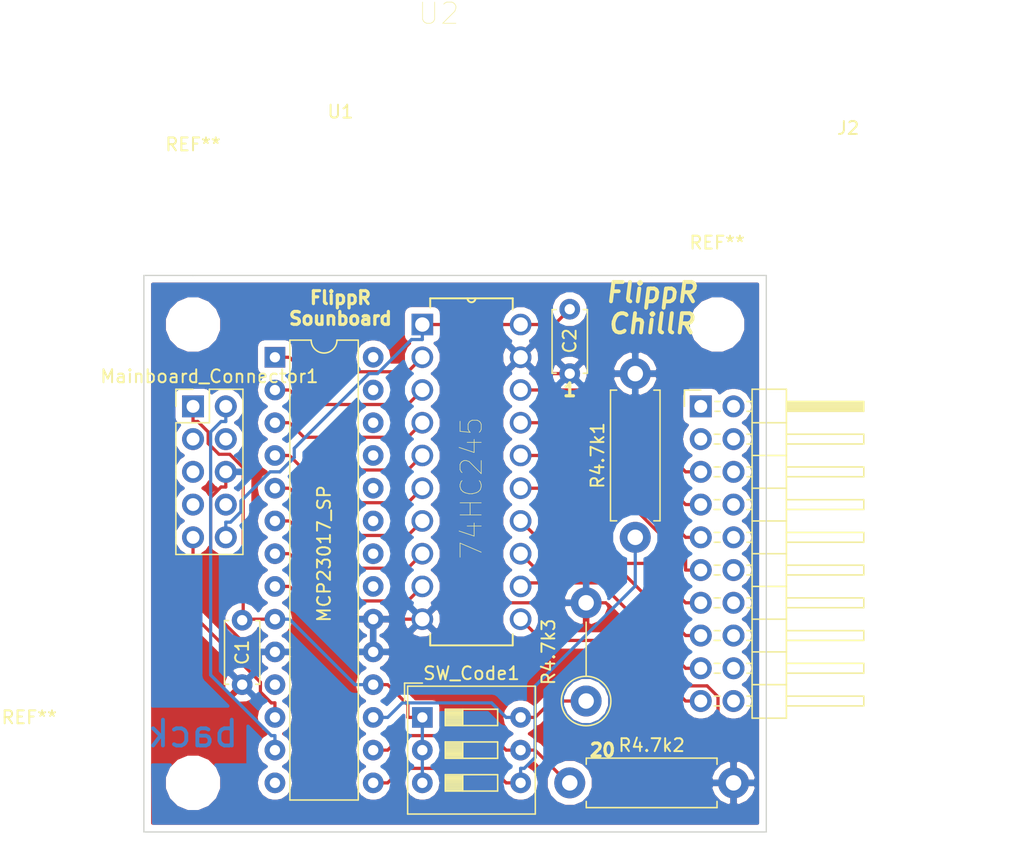
<source format=kicad_pcb>
(kicad_pcb (version 20171130) (host pcbnew 5.0.2-bee76a0~70~ubuntu18.04.1)

  (general
    (thickness 1.6)
    (drawings 11)
    (tracks 165)
    (zones 0)
    (modules 13)
    (nets 52)
  )

  (page A4)
  (layers
    (0 F.Cu signal)
    (31 B.Cu signal)
    (33 F.Adhes user)
    (35 F.Paste user)
    (36 B.SilkS user)
    (37 F.SilkS user)
    (38 B.Mask user)
    (39 F.Mask user)
    (40 Dwgs.User user)
    (41 Cmts.User user)
    (42 Eco1.User user)
    (43 Eco2.User user)
    (44 Edge.Cuts user)
    (45 Margin user)
    (46 B.CrtYd user)
    (47 F.CrtYd user)
    (49 F.Fab user)
  )

  (setup
    (last_trace_width 0.25)
    (trace_clearance 0.2)
    (zone_clearance 0.508)
    (zone_45_only no)
    (trace_min 0.2)
    (segment_width 0.2)
    (edge_width 0.1)
    (via_size 0.8)
    (via_drill 0.4)
    (via_min_size 0.4)
    (via_min_drill 0.3)
    (uvia_size 0.3)
    (uvia_drill 0.1)
    (uvias_allowed no)
    (uvia_min_size 0.2)
    (uvia_min_drill 0.1)
    (pcb_text_width 0.3)
    (pcb_text_size 1.5 1.5)
    (mod_edge_width 0.15)
    (mod_text_size 1 1)
    (mod_text_width 0.15)
    (pad_size 1.5 1.5)
    (pad_drill 0.6)
    (pad_to_mask_clearance 0)
    (solder_mask_min_width 0.25)
    (aux_axis_origin 0 0)
    (visible_elements FFFFFF7F)
    (pcbplotparams
      (layerselection 0x010fc_ffffffff)
      (usegerberextensions false)
      (usegerberattributes false)
      (usegerberadvancedattributes false)
      (creategerberjobfile false)
      (excludeedgelayer true)
      (linewidth 0.100000)
      (plotframeref false)
      (viasonmask false)
      (mode 1)
      (useauxorigin false)
      (hpglpennumber 1)
      (hpglpenspeed 20)
      (hpglpendiameter 15.000000)
      (psnegative false)
      (psa4output false)
      (plotreference true)
      (plotvalue true)
      (plotinvisibletext false)
      (padsonsilk false)
      (subtractmaskfromsilk false)
      (outputformat 1)
      (mirror false)
      (drillshape 1)
      (scaleselection 1)
      (outputdirectory ""))
  )

  (net 0 "")
  (net 1 "Net-(U1-Pad1)")
  (net 2 GND)
  (net 3 "Net-(U1-Pad2)")
  (net 4 +3V3)
  (net 5 "Net-(U1-Pad3)")
  (net 6 "Net-(U1-Pad4)")
  (net 7 "Net-(U1-Pad5)")
  (net 8 "Net-(U1-Pad6)")
  (net 9 "Net-(U1-Pad7)")
  (net 10 "Net-(U1-Pad21)")
  (net 11 "Net-(U1-Pad8)")
  (net 12 "Net-(U1-Pad22)")
  (net 13 "Net-(U1-Pad23)")
  (net 14 "Net-(U1-Pad24)")
  (net 15 "Net-(U1-Pad11)")
  (net 16 "Net-(U1-Pad25)")
  (net 17 "Net-(U1-Pad26)")
  (net 18 /SDA)
  (net 19 "Net-(U1-Pad27)")
  (net 20 "Net-(U1-Pad14)")
  (net 21 "Net-(U1-Pad28)")
  (net 22 +5V)
  (net 23 "Net-(J2-Pad6)")
  (net 24 "Net-(J2-Pad8)")
  (net 25 "Net-(J2-Pad10)")
  (net 26 "Net-(J2-Pad12)")
  (net 27 "Net-(J2-Pad14)")
  (net 28 "Net-(J2-Pad16)")
  (net 29 "Net-(J2-Pad18)")
  (net 30 "Net-(J2-Pad20)")
  (net 31 "Net-(J2-Pad1)")
  (net 32 "Net-(J2-Pad2)")
  (net 33 "Net-(J2-Pad3)")
  (net 34 "Net-(J2-Pad4)")
  (net 35 "Net-(J2-Pad5)")
  (net 36 "Net-(J2-Pad7)")
  (net 37 "Net-(J2-Pad9)")
  (net 38 "Net-(J2-Pad11)")
  (net 39 "Net-(J2-Pad13)")
  (net 40 "Net-(J2-Pad17)")
  (net 41 "Net-(J2-Pad19)")
  (net 42 /SCL)
  (net 43 /IRQ)
  (net 44 "Net-(R4.7k3-Pad1)")
  (net 45 "Net-(R4.7k1-Pad1)")
  (net 46 "Net-(R4.7k2-Pad1)")
  (net 47 "Net-(Mainboard_Connector1-Pad3)")
  (net 48 "Net-(Mainboard_Connector1-Pad4)")
  (net 49 "Net-(Mainboard_Connector1-Pad5)")
  (net 50 "Net-(Mainboard_Connector1-Pad7)")
  (net 51 "Net-(Mainboard_Connector1-Pad8)")

  (net_class Default "This is the default net class."
    (clearance 0.2)
    (trace_width 0.25)
    (via_dia 0.8)
    (via_drill 0.4)
    (uvia_dia 0.3)
    (uvia_drill 0.1)
    (add_net +3V3)
    (add_net +5V)
    (add_net /IRQ)
    (add_net /SCL)
    (add_net /SDA)
    (add_net GND)
    (add_net "Net-(J2-Pad1)")
    (add_net "Net-(J2-Pad10)")
    (add_net "Net-(J2-Pad11)")
    (add_net "Net-(J2-Pad12)")
    (add_net "Net-(J2-Pad13)")
    (add_net "Net-(J2-Pad14)")
    (add_net "Net-(J2-Pad16)")
    (add_net "Net-(J2-Pad17)")
    (add_net "Net-(J2-Pad18)")
    (add_net "Net-(J2-Pad19)")
    (add_net "Net-(J2-Pad2)")
    (add_net "Net-(J2-Pad20)")
    (add_net "Net-(J2-Pad3)")
    (add_net "Net-(J2-Pad4)")
    (add_net "Net-(J2-Pad5)")
    (add_net "Net-(J2-Pad6)")
    (add_net "Net-(J2-Pad7)")
    (add_net "Net-(J2-Pad8)")
    (add_net "Net-(J2-Pad9)")
    (add_net "Net-(Mainboard_Connector1-Pad3)")
    (add_net "Net-(Mainboard_Connector1-Pad4)")
    (add_net "Net-(Mainboard_Connector1-Pad5)")
    (add_net "Net-(Mainboard_Connector1-Pad7)")
    (add_net "Net-(Mainboard_Connector1-Pad8)")
    (add_net "Net-(R4.7k1-Pad1)")
    (add_net "Net-(R4.7k2-Pad1)")
    (add_net "Net-(R4.7k3-Pad1)")
    (add_net "Net-(U1-Pad1)")
    (add_net "Net-(U1-Pad11)")
    (add_net "Net-(U1-Pad14)")
    (add_net "Net-(U1-Pad2)")
    (add_net "Net-(U1-Pad21)")
    (add_net "Net-(U1-Pad22)")
    (add_net "Net-(U1-Pad23)")
    (add_net "Net-(U1-Pad24)")
    (add_net "Net-(U1-Pad25)")
    (add_net "Net-(U1-Pad26)")
    (add_net "Net-(U1-Pad27)")
    (add_net "Net-(U1-Pad28)")
    (add_net "Net-(U1-Pad3)")
    (add_net "Net-(U1-Pad4)")
    (add_net "Net-(U1-Pad5)")
    (add_net "Net-(U1-Pad6)")
    (add_net "Net-(U1-Pad7)")
    (add_net "Net-(U1-Pad8)")
  )

  (module Connector_PinHeader_2.54mm:PinHeader_2x05_P2.54mm_Vertical (layer F.Cu) (tedit 59FED5CC) (tstamp 5CD6DAEF)
    (at 93.98 43.18)
    (descr "Through hole straight pin header, 2x05, 2.54mm pitch, double rows")
    (tags "Through hole pin header THT 2x05 2.54mm double row")
    (path /5CD4D9B7)
    (fp_text reference Mainboard_Connector1 (at 1.27 -2.33) (layer F.SilkS)
      (effects (font (size 1 1) (thickness 0.15)))
    )
    (fp_text value Conn_02x05_Counter_Clockwise (at 1.27 12.49) (layer F.Fab)
      (effects (font (size 1 1) (thickness 0.15)))
    )
    (fp_line (start 0 -1.27) (end 3.81 -1.27) (layer F.Fab) (width 0.1))
    (fp_line (start 3.81 -1.27) (end 3.81 11.43) (layer F.Fab) (width 0.1))
    (fp_line (start 3.81 11.43) (end -1.27 11.43) (layer F.Fab) (width 0.1))
    (fp_line (start -1.27 11.43) (end -1.27 0) (layer F.Fab) (width 0.1))
    (fp_line (start -1.27 0) (end 0 -1.27) (layer F.Fab) (width 0.1))
    (fp_line (start -1.33 11.49) (end 3.87 11.49) (layer F.SilkS) (width 0.12))
    (fp_line (start -1.33 1.27) (end -1.33 11.49) (layer F.SilkS) (width 0.12))
    (fp_line (start 3.87 -1.33) (end 3.87 11.49) (layer F.SilkS) (width 0.12))
    (fp_line (start -1.33 1.27) (end 1.27 1.27) (layer F.SilkS) (width 0.12))
    (fp_line (start 1.27 1.27) (end 1.27 -1.33) (layer F.SilkS) (width 0.12))
    (fp_line (start 1.27 -1.33) (end 3.87 -1.33) (layer F.SilkS) (width 0.12))
    (fp_line (start -1.33 0) (end -1.33 -1.33) (layer F.SilkS) (width 0.12))
    (fp_line (start -1.33 -1.33) (end 0 -1.33) (layer F.SilkS) (width 0.12))
    (fp_line (start -1.8 -1.8) (end -1.8 11.95) (layer F.CrtYd) (width 0.05))
    (fp_line (start -1.8 11.95) (end 4.35 11.95) (layer F.CrtYd) (width 0.05))
    (fp_line (start 4.35 11.95) (end 4.35 -1.8) (layer F.CrtYd) (width 0.05))
    (fp_line (start 4.35 -1.8) (end -1.8 -1.8) (layer F.CrtYd) (width 0.05))
    (fp_text user %R (at 1.27 5.08 90) (layer F.Fab)
      (effects (font (size 1 1) (thickness 0.15)))
    )
    (pad 1 thru_hole rect (at 0 0) (size 1.7 1.7) (drill 1) (layers *.Cu *.Mask)
      (net 4 +3V3))
    (pad 2 thru_hole oval (at 2.54 0) (size 1.7 1.7) (drill 1) (layers *.Cu *.Mask)
      (net 18 /SDA))
    (pad 3 thru_hole oval (at 0 2.54) (size 1.7 1.7) (drill 1) (layers *.Cu *.Mask)
      (net 47 "Net-(Mainboard_Connector1-Pad3)"))
    (pad 4 thru_hole oval (at 2.54 2.54) (size 1.7 1.7) (drill 1) (layers *.Cu *.Mask)
      (net 48 "Net-(Mainboard_Connector1-Pad4)"))
    (pad 5 thru_hole oval (at 0 5.08) (size 1.7 1.7) (drill 1) (layers *.Cu *.Mask)
      (net 49 "Net-(Mainboard_Connector1-Pad5)"))
    (pad 6 thru_hole oval (at 2.54 5.08) (size 1.7 1.7) (drill 1) (layers *.Cu *.Mask)
      (net 2 GND))
    (pad 7 thru_hole oval (at 0 7.62) (size 1.7 1.7) (drill 1) (layers *.Cu *.Mask)
      (net 50 "Net-(Mainboard_Connector1-Pad7)"))
    (pad 8 thru_hole oval (at 2.54 7.62) (size 1.7 1.7) (drill 1) (layers *.Cu *.Mask)
      (net 51 "Net-(Mainboard_Connector1-Pad8)"))
    (pad 9 thru_hole oval (at 0 10.16) (size 1.7 1.7) (drill 1) (layers *.Cu *.Mask)
      (net 42 /SCL))
    (pad 10 thru_hole oval (at 2.54 10.16) (size 1.7 1.7) (drill 1) (layers *.Cu *.Mask)
      (net 22 +5V))
    (model ${KISYS3DMOD}/Connector_PinHeader_2.54mm.3dshapes/PinHeader_2x05_P2.54mm_Vertical.wrl
      (at (xyz 0 0 0))
      (scale (xyz 1 1 1))
      (rotate (xyz 0 0 0))
    )
  )

  (module Package_DIP:DIP-28_W7.62mm (layer F.Cu) (tedit 5C5C0B3C) (tstamp 5C5C200B)
    (at 100.33 39.37)
    (descr "28-lead though-hole mounted DIP package, row spacing 7.62 mm (300 mils)")
    (tags "THT DIP DIL PDIP 2.54mm 7.62mm 300mil")
    (path /5C4A2167)
    (fp_text reference U1 (at 5.08 -19.05) (layer F.SilkS)
      (effects (font (size 1 1) (thickness 0.15)))
    )
    (fp_text value MCP23017_SP (at 3.81 15.24 90) (layer F.SilkS)
      (effects (font (size 1 1) (thickness 0.15)))
    )
    (fp_arc (start 3.81 -1.33) (end 2.81 -1.33) (angle -180) (layer F.SilkS) (width 0.12))
    (fp_line (start 1.635 -1.27) (end 6.985 -1.27) (layer F.Fab) (width 0.1))
    (fp_line (start 6.985 -1.27) (end 6.985 34.29) (layer F.Fab) (width 0.1))
    (fp_line (start 6.985 34.29) (end 0.635 34.29) (layer F.Fab) (width 0.1))
    (fp_line (start 0.635 34.29) (end 0.635 -0.27) (layer F.Fab) (width 0.1))
    (fp_line (start 0.635 -0.27) (end 1.635 -1.27) (layer F.Fab) (width 0.1))
    (fp_line (start 2.81 -1.33) (end 1.16 -1.33) (layer F.SilkS) (width 0.12))
    (fp_line (start 1.16 -1.33) (end 1.16 34.35) (layer F.SilkS) (width 0.12))
    (fp_line (start 1.16 34.35) (end 6.46 34.35) (layer F.SilkS) (width 0.12))
    (fp_line (start 6.46 34.35) (end 6.46 -1.33) (layer F.SilkS) (width 0.12))
    (fp_line (start 6.46 -1.33) (end 4.81 -1.33) (layer F.SilkS) (width 0.12))
    (fp_line (start -1.1 -1.55) (end -1.1 34.55) (layer F.CrtYd) (width 0.05))
    (fp_line (start -1.1 34.55) (end 8.7 34.55) (layer F.CrtYd) (width 0.05))
    (fp_line (start 8.7 34.55) (end 8.7 -1.55) (layer F.CrtYd) (width 0.05))
    (fp_line (start 8.7 -1.55) (end -1.1 -1.55) (layer F.CrtYd) (width 0.05))
    (fp_text user %R (at -3.81 -17.78) (layer F.Fab)
      (effects (font (size 1 1) (thickness 0.15)))
    )
    (pad 1 thru_hole rect (at 0 0) (size 1.6 1.6) (drill 0.8) (layers *.Cu *.Mask)
      (net 1 "Net-(U1-Pad1)"))
    (pad 15 thru_hole oval (at 7.62 33.02) (size 1.6 1.6) (drill 0.8) (layers *.Cu *.Mask)
      (net 45 "Net-(R4.7k1-Pad1)"))
    (pad 2 thru_hole oval (at 0 2.54) (size 1.6 1.6) (drill 0.8) (layers *.Cu *.Mask)
      (net 3 "Net-(U1-Pad2)"))
    (pad 16 thru_hole oval (at 7.62 30.48) (size 1.6 1.6) (drill 0.8) (layers *.Cu *.Mask)
      (net 46 "Net-(R4.7k2-Pad1)"))
    (pad 3 thru_hole oval (at 0 5.08) (size 1.6 1.6) (drill 0.8) (layers *.Cu *.Mask)
      (net 5 "Net-(U1-Pad3)"))
    (pad 17 thru_hole oval (at 7.62 27.94) (size 1.6 1.6) (drill 0.8) (layers *.Cu *.Mask)
      (net 44 "Net-(R4.7k3-Pad1)"))
    (pad 4 thru_hole oval (at 0 7.62) (size 1.6 1.6) (drill 0.8) (layers *.Cu *.Mask)
      (net 6 "Net-(U1-Pad4)"))
    (pad 18 thru_hole oval (at 7.62 25.4) (size 1.6 1.6) (drill 0.8) (layers *.Cu *.Mask)
      (net 4 +3V3))
    (pad 5 thru_hole oval (at 0 10.16) (size 1.6 1.6) (drill 0.8) (layers *.Cu *.Mask)
      (net 7 "Net-(U1-Pad5)"))
    (pad 19 thru_hole oval (at 7.62 22.86) (size 1.6 1.6) (drill 0.8) (layers *.Cu *.Mask)
      (net 2 GND))
    (pad 6 thru_hole oval (at 0 12.7) (size 1.6 1.6) (drill 0.8) (layers *.Cu *.Mask)
      (net 8 "Net-(U1-Pad6)"))
    (pad 20 thru_hole oval (at 7.62 20.32) (size 1.6 1.6) (drill 0.8) (layers *.Cu *.Mask)
      (net 2 GND))
    (pad 7 thru_hole oval (at 0 15.24) (size 1.6 1.6) (drill 0.8) (layers *.Cu *.Mask)
      (net 9 "Net-(U1-Pad7)"))
    (pad 21 thru_hole oval (at 7.62 17.78) (size 1.6 1.6) (drill 0.8) (layers *.Cu *.Mask)
      (net 10 "Net-(U1-Pad21)"))
    (pad 8 thru_hole oval (at 0 17.78) (size 1.6 1.6) (drill 0.8) (layers *.Cu *.Mask)
      (net 11 "Net-(U1-Pad8)"))
    (pad 22 thru_hole oval (at 7.62 15.24) (size 1.6 1.6) (drill 0.8) (layers *.Cu *.Mask)
      (net 12 "Net-(U1-Pad22)"))
    (pad 9 thru_hole oval (at 0 20.32) (size 1.6 1.6) (drill 0.8) (layers *.Cu *.Mask)
      (net 4 +3V3))
    (pad 23 thru_hole oval (at 7.62 12.7) (size 1.6 1.6) (drill 0.8) (layers *.Cu *.Mask)
      (net 13 "Net-(U1-Pad23)"))
    (pad 10 thru_hole oval (at 0 22.86) (size 1.6 1.6) (drill 0.8) (layers *.Cu *.Mask)
      (net 2 GND))
    (pad 24 thru_hole oval (at 7.62 10.16) (size 1.6 1.6) (drill 0.8) (layers *.Cu *.Mask)
      (net 14 "Net-(U1-Pad24)"))
    (pad 11 thru_hole oval (at 0 25.4) (size 1.6 1.6) (drill 0.8) (layers *.Cu *.Mask)
      (net 15 "Net-(U1-Pad11)"))
    (pad 25 thru_hole oval (at 7.62 7.62) (size 1.6 1.6) (drill 0.8) (layers *.Cu *.Mask)
      (net 16 "Net-(U1-Pad25)"))
    (pad 12 thru_hole oval (at 0 27.94) (size 1.6 1.6) (drill 0.8) (layers *.Cu *.Mask)
      (net 42 /SCL))
    (pad 26 thru_hole oval (at 7.62 5.08) (size 1.6 1.6) (drill 0.8) (layers *.Cu *.Mask)
      (net 17 "Net-(U1-Pad26)"))
    (pad 13 thru_hole oval (at 0 30.48) (size 1.6 1.6) (drill 0.8) (layers *.Cu *.Mask)
      (net 18 /SDA))
    (pad 27 thru_hole oval (at 7.62 2.54) (size 1.6 1.6) (drill 0.8) (layers *.Cu *.Mask)
      (net 19 "Net-(U1-Pad27)"))
    (pad 14 thru_hole oval (at 0 33.02) (size 1.6 1.6) (drill 0.8) (layers *.Cu *.Mask)
      (net 20 "Net-(U1-Pad14)"))
    (pad 28 thru_hole oval (at 7.62 0) (size 1.6 1.6) (drill 0.8) (layers *.Cu *.Mask)
      (net 21 "Net-(U1-Pad28)"))
    (model ${KISYS3DMOD}/Package_DIP.3dshapes/DIP-28_W7.62mm.wrl
      (at (xyz 0 0 0))
      (scale (xyz 1 1 1))
      (rotate (xyz 0 0 0))
    )
  )

  (module Capacitor_THT:C_Disc_D4.7mm_W2.5mm_P5.00mm (layer F.Cu) (tedit 5AE50EF0) (tstamp 5C6585C4)
    (at 123.19 40.64 90)
    (descr "C, Disc series, Radial, pin pitch=5.00mm, , diameter*width=4.7*2.5mm^2, Capacitor, http://www.vishay.com/docs/45233/krseries.pdf")
    (tags "C Disc series Radial pin pitch 5.00mm  diameter 4.7mm width 2.5mm Capacitor")
    (path /5C68DF77)
    (fp_text reference C2 (at 2.54 0 90) (layer F.SilkS)
      (effects (font (size 1 1) (thickness 0.15)))
    )
    (fp_text value C_Small (at 2.5 2.5 90) (layer F.Fab)
      (effects (font (size 1 1) (thickness 0.15)))
    )
    (fp_line (start 0.15 -1.25) (end 0.15 1.25) (layer F.Fab) (width 0.1))
    (fp_line (start 0.15 1.25) (end 4.85 1.25) (layer F.Fab) (width 0.1))
    (fp_line (start 4.85 1.25) (end 4.85 -1.25) (layer F.Fab) (width 0.1))
    (fp_line (start 4.85 -1.25) (end 0.15 -1.25) (layer F.Fab) (width 0.1))
    (fp_line (start 0.03 -1.37) (end 4.97 -1.37) (layer F.SilkS) (width 0.12))
    (fp_line (start 0.03 1.37) (end 4.97 1.37) (layer F.SilkS) (width 0.12))
    (fp_line (start 0.03 -1.37) (end 0.03 -1.055) (layer F.SilkS) (width 0.12))
    (fp_line (start 0.03 1.055) (end 0.03 1.37) (layer F.SilkS) (width 0.12))
    (fp_line (start 4.97 -1.37) (end 4.97 -1.055) (layer F.SilkS) (width 0.12))
    (fp_line (start 4.97 1.055) (end 4.97 1.37) (layer F.SilkS) (width 0.12))
    (fp_line (start -1.05 -1.5) (end -1.05 1.5) (layer F.CrtYd) (width 0.05))
    (fp_line (start -1.05 1.5) (end 6.05 1.5) (layer F.CrtYd) (width 0.05))
    (fp_line (start 6.05 1.5) (end 6.05 -1.5) (layer F.CrtYd) (width 0.05))
    (fp_line (start 6.05 -1.5) (end -1.05 -1.5) (layer F.CrtYd) (width 0.05))
    (fp_text user %R (at 2.5 0 90) (layer F.Fab)
      (effects (font (size 0.94 0.94) (thickness 0.141)))
    )
    (pad 1 thru_hole circle (at 0 0 90) (size 1.6 1.6) (drill 0.8) (layers *.Cu *.Mask)
      (net 2 GND))
    (pad 2 thru_hole circle (at 5 0 90) (size 1.6 1.6) (drill 0.8) (layers *.Cu *.Mask)
      (net 22 +5V))
    (model ${KISYS3DMOD}/Capacitor_THT.3dshapes/C_Disc_D4.7mm_W2.5mm_P5.00mm.wrl
      (at (xyz 0 0 0))
      (scale (xyz 1 1 1))
      (rotate (xyz 0 0 0))
    )
  )

  (module Connector_PinHeader_2.54mm:PinHeader_2x10_P2.54mm_Horizontal (layer F.Cu) (tedit 59FED5CB) (tstamp 5C5C2121)
    (at 133.35 43.18)
    (descr "Through hole angled pin header, 2x10, 2.54mm pitch, 6mm pin length, double rows")
    (tags "Through hole angled pin header THT 2x10 2.54mm double row")
    (path /5C4A3D78)
    (fp_text reference J2 (at 11.43 -21.59) (layer F.SilkS)
      (effects (font (size 1 1) (thickness 0.15)))
    )
    (fp_text value Conn_02x10_Odd_Even (at 16.51 29.21) (layer F.Fab)
      (effects (font (size 1 1) (thickness 0.15)))
    )
    (fp_line (start 4.675 -1.27) (end 6.58 -1.27) (layer F.Fab) (width 0.1))
    (fp_line (start 6.58 -1.27) (end 6.58 24.13) (layer F.Fab) (width 0.1))
    (fp_line (start 6.58 24.13) (end 4.04 24.13) (layer F.Fab) (width 0.1))
    (fp_line (start 4.04 24.13) (end 4.04 -0.635) (layer F.Fab) (width 0.1))
    (fp_line (start 4.04 -0.635) (end 4.675 -1.27) (layer F.Fab) (width 0.1))
    (fp_line (start -0.32 -0.32) (end 4.04 -0.32) (layer F.Fab) (width 0.1))
    (fp_line (start -0.32 -0.32) (end -0.32 0.32) (layer F.Fab) (width 0.1))
    (fp_line (start -0.32 0.32) (end 4.04 0.32) (layer F.Fab) (width 0.1))
    (fp_line (start 6.58 -0.32) (end 12.58 -0.32) (layer F.Fab) (width 0.1))
    (fp_line (start 12.58 -0.32) (end 12.58 0.32) (layer F.Fab) (width 0.1))
    (fp_line (start 6.58 0.32) (end 12.58 0.32) (layer F.Fab) (width 0.1))
    (fp_line (start -0.32 2.22) (end 4.04 2.22) (layer F.Fab) (width 0.1))
    (fp_line (start -0.32 2.22) (end -0.32 2.86) (layer F.Fab) (width 0.1))
    (fp_line (start -0.32 2.86) (end 4.04 2.86) (layer F.Fab) (width 0.1))
    (fp_line (start 6.58 2.22) (end 12.58 2.22) (layer F.Fab) (width 0.1))
    (fp_line (start 12.58 2.22) (end 12.58 2.86) (layer F.Fab) (width 0.1))
    (fp_line (start 6.58 2.86) (end 12.58 2.86) (layer F.Fab) (width 0.1))
    (fp_line (start -0.32 4.76) (end 4.04 4.76) (layer F.Fab) (width 0.1))
    (fp_line (start -0.32 4.76) (end -0.32 5.4) (layer F.Fab) (width 0.1))
    (fp_line (start -0.32 5.4) (end 4.04 5.4) (layer F.Fab) (width 0.1))
    (fp_line (start 6.58 4.76) (end 12.58 4.76) (layer F.Fab) (width 0.1))
    (fp_line (start 12.58 4.76) (end 12.58 5.4) (layer F.Fab) (width 0.1))
    (fp_line (start 6.58 5.4) (end 12.58 5.4) (layer F.Fab) (width 0.1))
    (fp_line (start -0.32 7.3) (end 4.04 7.3) (layer F.Fab) (width 0.1))
    (fp_line (start -0.32 7.3) (end -0.32 7.94) (layer F.Fab) (width 0.1))
    (fp_line (start -0.32 7.94) (end 4.04 7.94) (layer F.Fab) (width 0.1))
    (fp_line (start 6.58 7.3) (end 12.58 7.3) (layer F.Fab) (width 0.1))
    (fp_line (start 12.58 7.3) (end 12.58 7.94) (layer F.Fab) (width 0.1))
    (fp_line (start 6.58 7.94) (end 12.58 7.94) (layer F.Fab) (width 0.1))
    (fp_line (start -0.32 9.84) (end 4.04 9.84) (layer F.Fab) (width 0.1))
    (fp_line (start -0.32 9.84) (end -0.32 10.48) (layer F.Fab) (width 0.1))
    (fp_line (start -0.32 10.48) (end 4.04 10.48) (layer F.Fab) (width 0.1))
    (fp_line (start 6.58 9.84) (end 12.58 9.84) (layer F.Fab) (width 0.1))
    (fp_line (start 12.58 9.84) (end 12.58 10.48) (layer F.Fab) (width 0.1))
    (fp_line (start 6.58 10.48) (end 12.58 10.48) (layer F.Fab) (width 0.1))
    (fp_line (start -0.32 12.38) (end 4.04 12.38) (layer F.Fab) (width 0.1))
    (fp_line (start -0.32 12.38) (end -0.32 13.02) (layer F.Fab) (width 0.1))
    (fp_line (start -0.32 13.02) (end 4.04 13.02) (layer F.Fab) (width 0.1))
    (fp_line (start 6.58 12.38) (end 12.58 12.38) (layer F.Fab) (width 0.1))
    (fp_line (start 12.58 12.38) (end 12.58 13.02) (layer F.Fab) (width 0.1))
    (fp_line (start 6.58 13.02) (end 12.58 13.02) (layer F.Fab) (width 0.1))
    (fp_line (start -0.32 14.92) (end 4.04 14.92) (layer F.Fab) (width 0.1))
    (fp_line (start -0.32 14.92) (end -0.32 15.56) (layer F.Fab) (width 0.1))
    (fp_line (start -0.32 15.56) (end 4.04 15.56) (layer F.Fab) (width 0.1))
    (fp_line (start 6.58 14.92) (end 12.58 14.92) (layer F.Fab) (width 0.1))
    (fp_line (start 12.58 14.92) (end 12.58 15.56) (layer F.Fab) (width 0.1))
    (fp_line (start 6.58 15.56) (end 12.58 15.56) (layer F.Fab) (width 0.1))
    (fp_line (start -0.32 17.46) (end 4.04 17.46) (layer F.Fab) (width 0.1))
    (fp_line (start -0.32 17.46) (end -0.32 18.1) (layer F.Fab) (width 0.1))
    (fp_line (start -0.32 18.1) (end 4.04 18.1) (layer F.Fab) (width 0.1))
    (fp_line (start 6.58 17.46) (end 12.58 17.46) (layer F.Fab) (width 0.1))
    (fp_line (start 12.58 17.46) (end 12.58 18.1) (layer F.Fab) (width 0.1))
    (fp_line (start 6.58 18.1) (end 12.58 18.1) (layer F.Fab) (width 0.1))
    (fp_line (start -0.32 20) (end 4.04 20) (layer F.Fab) (width 0.1))
    (fp_line (start -0.32 20) (end -0.32 20.64) (layer F.Fab) (width 0.1))
    (fp_line (start -0.32 20.64) (end 4.04 20.64) (layer F.Fab) (width 0.1))
    (fp_line (start 6.58 20) (end 12.58 20) (layer F.Fab) (width 0.1))
    (fp_line (start 12.58 20) (end 12.58 20.64) (layer F.Fab) (width 0.1))
    (fp_line (start 6.58 20.64) (end 12.58 20.64) (layer F.Fab) (width 0.1))
    (fp_line (start -0.32 22.54) (end 4.04 22.54) (layer F.Fab) (width 0.1))
    (fp_line (start -0.32 22.54) (end -0.32 23.18) (layer F.Fab) (width 0.1))
    (fp_line (start -0.32 23.18) (end 4.04 23.18) (layer F.Fab) (width 0.1))
    (fp_line (start 6.58 22.54) (end 12.58 22.54) (layer F.Fab) (width 0.1))
    (fp_line (start 12.58 22.54) (end 12.58 23.18) (layer F.Fab) (width 0.1))
    (fp_line (start 6.58 23.18) (end 12.58 23.18) (layer F.Fab) (width 0.1))
    (fp_line (start 3.98 -1.33) (end 3.98 24.19) (layer F.SilkS) (width 0.12))
    (fp_line (start 3.98 24.19) (end 6.64 24.19) (layer F.SilkS) (width 0.12))
    (fp_line (start 6.64 24.19) (end 6.64 -1.33) (layer F.SilkS) (width 0.12))
    (fp_line (start 6.64 -1.33) (end 3.98 -1.33) (layer F.SilkS) (width 0.12))
    (fp_line (start 6.64 -0.38) (end 12.64 -0.38) (layer F.SilkS) (width 0.12))
    (fp_line (start 12.64 -0.38) (end 12.64 0.38) (layer F.SilkS) (width 0.12))
    (fp_line (start 12.64 0.38) (end 6.64 0.38) (layer F.SilkS) (width 0.12))
    (fp_line (start 6.64 -0.32) (end 12.64 -0.32) (layer F.SilkS) (width 0.12))
    (fp_line (start 6.64 -0.2) (end 12.64 -0.2) (layer F.SilkS) (width 0.12))
    (fp_line (start 6.64 -0.08) (end 12.64 -0.08) (layer F.SilkS) (width 0.12))
    (fp_line (start 6.64 0.04) (end 12.64 0.04) (layer F.SilkS) (width 0.12))
    (fp_line (start 6.64 0.16) (end 12.64 0.16) (layer F.SilkS) (width 0.12))
    (fp_line (start 6.64 0.28) (end 12.64 0.28) (layer F.SilkS) (width 0.12))
    (fp_line (start 3.582929 -0.38) (end 3.98 -0.38) (layer F.SilkS) (width 0.12))
    (fp_line (start 3.582929 0.38) (end 3.98 0.38) (layer F.SilkS) (width 0.12))
    (fp_line (start 1.11 -0.38) (end 1.497071 -0.38) (layer F.SilkS) (width 0.12))
    (fp_line (start 1.11 0.38) (end 1.497071 0.38) (layer F.SilkS) (width 0.12))
    (fp_line (start 3.98 1.27) (end 6.64 1.27) (layer F.SilkS) (width 0.12))
    (fp_line (start 6.64 2.16) (end 12.64 2.16) (layer F.SilkS) (width 0.12))
    (fp_line (start 12.64 2.16) (end 12.64 2.92) (layer F.SilkS) (width 0.12))
    (fp_line (start 12.64 2.92) (end 6.64 2.92) (layer F.SilkS) (width 0.12))
    (fp_line (start 3.582929 2.16) (end 3.98 2.16) (layer F.SilkS) (width 0.12))
    (fp_line (start 3.582929 2.92) (end 3.98 2.92) (layer F.SilkS) (width 0.12))
    (fp_line (start 1.042929 2.16) (end 1.497071 2.16) (layer F.SilkS) (width 0.12))
    (fp_line (start 1.042929 2.92) (end 1.497071 2.92) (layer F.SilkS) (width 0.12))
    (fp_line (start 3.98 3.81) (end 6.64 3.81) (layer F.SilkS) (width 0.12))
    (fp_line (start 6.64 4.7) (end 12.64 4.7) (layer F.SilkS) (width 0.12))
    (fp_line (start 12.64 4.7) (end 12.64 5.46) (layer F.SilkS) (width 0.12))
    (fp_line (start 12.64 5.46) (end 6.64 5.46) (layer F.SilkS) (width 0.12))
    (fp_line (start 3.582929 4.7) (end 3.98 4.7) (layer F.SilkS) (width 0.12))
    (fp_line (start 3.582929 5.46) (end 3.98 5.46) (layer F.SilkS) (width 0.12))
    (fp_line (start 1.042929 4.7) (end 1.497071 4.7) (layer F.SilkS) (width 0.12))
    (fp_line (start 1.042929 5.46) (end 1.497071 5.46) (layer F.SilkS) (width 0.12))
    (fp_line (start 3.98 6.35) (end 6.64 6.35) (layer F.SilkS) (width 0.12))
    (fp_line (start 6.64 7.24) (end 12.64 7.24) (layer F.SilkS) (width 0.12))
    (fp_line (start 12.64 7.24) (end 12.64 8) (layer F.SilkS) (width 0.12))
    (fp_line (start 12.64 8) (end 6.64 8) (layer F.SilkS) (width 0.12))
    (fp_line (start 3.582929 7.24) (end 3.98 7.24) (layer F.SilkS) (width 0.12))
    (fp_line (start 3.582929 8) (end 3.98 8) (layer F.SilkS) (width 0.12))
    (fp_line (start 1.042929 7.24) (end 1.497071 7.24) (layer F.SilkS) (width 0.12))
    (fp_line (start 1.042929 8) (end 1.497071 8) (layer F.SilkS) (width 0.12))
    (fp_line (start 3.98 8.89) (end 6.64 8.89) (layer F.SilkS) (width 0.12))
    (fp_line (start 6.64 9.78) (end 12.64 9.78) (layer F.SilkS) (width 0.12))
    (fp_line (start 12.64 9.78) (end 12.64 10.54) (layer F.SilkS) (width 0.12))
    (fp_line (start 12.64 10.54) (end 6.64 10.54) (layer F.SilkS) (width 0.12))
    (fp_line (start 3.582929 9.78) (end 3.98 9.78) (layer F.SilkS) (width 0.12))
    (fp_line (start 3.582929 10.54) (end 3.98 10.54) (layer F.SilkS) (width 0.12))
    (fp_line (start 1.042929 9.78) (end 1.497071 9.78) (layer F.SilkS) (width 0.12))
    (fp_line (start 1.042929 10.54) (end 1.497071 10.54) (layer F.SilkS) (width 0.12))
    (fp_line (start 3.98 11.43) (end 6.64 11.43) (layer F.SilkS) (width 0.12))
    (fp_line (start 6.64 12.32) (end 12.64 12.32) (layer F.SilkS) (width 0.12))
    (fp_line (start 12.64 12.32) (end 12.64 13.08) (layer F.SilkS) (width 0.12))
    (fp_line (start 12.64 13.08) (end 6.64 13.08) (layer F.SilkS) (width 0.12))
    (fp_line (start 3.582929 12.32) (end 3.98 12.32) (layer F.SilkS) (width 0.12))
    (fp_line (start 3.582929 13.08) (end 3.98 13.08) (layer F.SilkS) (width 0.12))
    (fp_line (start 1.042929 12.32) (end 1.497071 12.32) (layer F.SilkS) (width 0.12))
    (fp_line (start 1.042929 13.08) (end 1.497071 13.08) (layer F.SilkS) (width 0.12))
    (fp_line (start 3.98 13.97) (end 6.64 13.97) (layer F.SilkS) (width 0.12))
    (fp_line (start 6.64 14.86) (end 12.64 14.86) (layer F.SilkS) (width 0.12))
    (fp_line (start 12.64 14.86) (end 12.64 15.62) (layer F.SilkS) (width 0.12))
    (fp_line (start 12.64 15.62) (end 6.64 15.62) (layer F.SilkS) (width 0.12))
    (fp_line (start 3.582929 14.86) (end 3.98 14.86) (layer F.SilkS) (width 0.12))
    (fp_line (start 3.582929 15.62) (end 3.98 15.62) (layer F.SilkS) (width 0.12))
    (fp_line (start 1.042929 14.86) (end 1.497071 14.86) (layer F.SilkS) (width 0.12))
    (fp_line (start 1.042929 15.62) (end 1.497071 15.62) (layer F.SilkS) (width 0.12))
    (fp_line (start 3.98 16.51) (end 6.64 16.51) (layer F.SilkS) (width 0.12))
    (fp_line (start 6.64 17.4) (end 12.64 17.4) (layer F.SilkS) (width 0.12))
    (fp_line (start 12.64 17.4) (end 12.64 18.16) (layer F.SilkS) (width 0.12))
    (fp_line (start 12.64 18.16) (end 6.64 18.16) (layer F.SilkS) (width 0.12))
    (fp_line (start 3.582929 17.4) (end 3.98 17.4) (layer F.SilkS) (width 0.12))
    (fp_line (start 3.582929 18.16) (end 3.98 18.16) (layer F.SilkS) (width 0.12))
    (fp_line (start 1.042929 17.4) (end 1.497071 17.4) (layer F.SilkS) (width 0.12))
    (fp_line (start 1.042929 18.16) (end 1.497071 18.16) (layer F.SilkS) (width 0.12))
    (fp_line (start 3.98 19.05) (end 6.64 19.05) (layer F.SilkS) (width 0.12))
    (fp_line (start 6.64 19.94) (end 12.64 19.94) (layer F.SilkS) (width 0.12))
    (fp_line (start 12.64 19.94) (end 12.64 20.7) (layer F.SilkS) (width 0.12))
    (fp_line (start 12.64 20.7) (end 6.64 20.7) (layer F.SilkS) (width 0.12))
    (fp_line (start 3.582929 19.94) (end 3.98 19.94) (layer F.SilkS) (width 0.12))
    (fp_line (start 3.582929 20.7) (end 3.98 20.7) (layer F.SilkS) (width 0.12))
    (fp_line (start 1.042929 19.94) (end 1.497071 19.94) (layer F.SilkS) (width 0.12))
    (fp_line (start 1.042929 20.7) (end 1.497071 20.7) (layer F.SilkS) (width 0.12))
    (fp_line (start 3.98 21.59) (end 6.64 21.59) (layer F.SilkS) (width 0.12))
    (fp_line (start 6.64 22.48) (end 12.64 22.48) (layer F.SilkS) (width 0.12))
    (fp_line (start 12.64 22.48) (end 12.64 23.24) (layer F.SilkS) (width 0.12))
    (fp_line (start 12.64 23.24) (end 6.64 23.24) (layer F.SilkS) (width 0.12))
    (fp_line (start 3.582929 22.48) (end 3.98 22.48) (layer F.SilkS) (width 0.12))
    (fp_line (start 3.582929 23.24) (end 3.98 23.24) (layer F.SilkS) (width 0.12))
    (fp_line (start 1.042929 22.48) (end 1.497071 22.48) (layer F.SilkS) (width 0.12))
    (fp_line (start 1.042929 23.24) (end 1.497071 23.24) (layer F.SilkS) (width 0.12))
    (fp_line (start -1.27 0) (end -1.27 -1.27) (layer F.SilkS) (width 0.12))
    (fp_line (start -1.27 -1.27) (end 0 -1.27) (layer F.SilkS) (width 0.12))
    (fp_line (start -1.8 -1.8) (end -1.8 24.65) (layer F.CrtYd) (width 0.05))
    (fp_line (start -1.8 24.65) (end 13.1 24.65) (layer F.CrtYd) (width 0.05))
    (fp_line (start 13.1 24.65) (end 13.1 -1.8) (layer F.CrtYd) (width 0.05))
    (fp_line (start 13.1 -1.8) (end -1.8 -1.8) (layer F.CrtYd) (width 0.05))
    (fp_text user %R (at 5.31 11.43 90) (layer F.Fab)
      (effects (font (size 1 1) (thickness 0.15)))
    )
    (pad 1 thru_hole rect (at 0 0) (size 1.7 1.7) (drill 1) (layers *.Cu *.Mask)
      (net 31 "Net-(J2-Pad1)"))
    (pad 2 thru_hole oval (at 2.54 0) (size 1.7 1.7) (drill 1) (layers *.Cu *.Mask)
      (net 32 "Net-(J2-Pad2)"))
    (pad 3 thru_hole oval (at 0 2.54) (size 1.7 1.7) (drill 1) (layers *.Cu *.Mask)
      (net 33 "Net-(J2-Pad3)"))
    (pad 4 thru_hole oval (at 2.54 2.54) (size 1.7 1.7) (drill 1) (layers *.Cu *.Mask)
      (net 34 "Net-(J2-Pad4)"))
    (pad 5 thru_hole oval (at 0 5.08) (size 1.7 1.7) (drill 1) (layers *.Cu *.Mask)
      (net 35 "Net-(J2-Pad5)"))
    (pad 6 thru_hole oval (at 2.54 5.08) (size 1.7 1.7) (drill 1) (layers *.Cu *.Mask)
      (net 23 "Net-(J2-Pad6)"))
    (pad 7 thru_hole oval (at 0 7.62) (size 1.7 1.7) (drill 1) (layers *.Cu *.Mask)
      (net 36 "Net-(J2-Pad7)"))
    (pad 8 thru_hole oval (at 2.54 7.62) (size 1.7 1.7) (drill 1) (layers *.Cu *.Mask)
      (net 24 "Net-(J2-Pad8)"))
    (pad 9 thru_hole oval (at 0 10.16) (size 1.7 1.7) (drill 1) (layers *.Cu *.Mask)
      (net 37 "Net-(J2-Pad9)"))
    (pad 10 thru_hole oval (at 2.54 10.16) (size 1.7 1.7) (drill 1) (layers *.Cu *.Mask)
      (net 25 "Net-(J2-Pad10)"))
    (pad 11 thru_hole oval (at 0 12.7) (size 1.7 1.7) (drill 1) (layers *.Cu *.Mask)
      (net 38 "Net-(J2-Pad11)"))
    (pad 12 thru_hole oval (at 2.54 12.7) (size 1.7 1.7) (drill 1) (layers *.Cu *.Mask)
      (net 26 "Net-(J2-Pad12)"))
    (pad 13 thru_hole oval (at 0 15.24) (size 1.7 1.7) (drill 1) (layers *.Cu *.Mask)
      (net 39 "Net-(J2-Pad13)"))
    (pad 14 thru_hole oval (at 2.54 15.24) (size 1.7 1.7) (drill 1) (layers *.Cu *.Mask)
      (net 27 "Net-(J2-Pad14)"))
    (pad 15 thru_hole oval (at 0 17.78) (size 1.7 1.7) (drill 1) (layers *.Cu *.Mask)
      (net 43 /IRQ))
    (pad 16 thru_hole oval (at 2.54 17.78) (size 1.7 1.7) (drill 1) (layers *.Cu *.Mask)
      (net 28 "Net-(J2-Pad16)"))
    (pad 17 thru_hole oval (at 0 20.32) (size 1.7 1.7) (drill 1) (layers *.Cu *.Mask)
      (net 40 "Net-(J2-Pad17)"))
    (pad 18 thru_hole oval (at 2.54 20.32) (size 1.7 1.7) (drill 1) (layers *.Cu *.Mask)
      (net 29 "Net-(J2-Pad18)"))
    (pad 19 thru_hole oval (at 0 22.86) (size 1.7 1.7) (drill 1) (layers *.Cu *.Mask)
      (net 41 "Net-(J2-Pad19)"))
    (pad 20 thru_hole oval (at 2.54 22.86) (size 1.7 1.7) (drill 1) (layers *.Cu *.Mask)
      (net 30 "Net-(J2-Pad20)"))
    (model ${KISYS3DMOD}/Connector_PinHeader_2.54mm.3dshapes/PinHeader_2x10_P2.54mm_Horizontal.wrl
      (at (xyz 0 0 0))
      (scale (xyz 1 1 1))
      (rotate (xyz 0 0 0))
    )
  )

  (module Capacitor_THT:C_Disc_D4.7mm_W2.5mm_P5.00mm (layer F.Cu) (tedit 5AE50EF0) (tstamp 5C6586C2)
    (at 97.79 64.77 90)
    (descr "C, Disc series, Radial, pin pitch=5.00mm, , diameter*width=4.7*2.5mm^2, Capacitor, http://www.vishay.com/docs/45233/krseries.pdf")
    (tags "C Disc series Radial pin pitch 5.00mm  diameter 4.7mm width 2.5mm Capacitor")
    (path /5C68E091)
    (fp_text reference C1 (at 2.5 0 90) (layer F.SilkS)
      (effects (font (size 1 1) (thickness 0.15)))
    )
    (fp_text value C_Small (at 2.5 2.5 90) (layer F.Fab)
      (effects (font (size 1 1) (thickness 0.15)))
    )
    (fp_text user %R (at 2.5 0 90) (layer F.Fab)
      (effects (font (size 0.94 0.94) (thickness 0.141)))
    )
    (fp_line (start 6.05 -1.5) (end -1.05 -1.5) (layer F.CrtYd) (width 0.05))
    (fp_line (start 6.05 1.5) (end 6.05 -1.5) (layer F.CrtYd) (width 0.05))
    (fp_line (start -1.05 1.5) (end 6.05 1.5) (layer F.CrtYd) (width 0.05))
    (fp_line (start -1.05 -1.5) (end -1.05 1.5) (layer F.CrtYd) (width 0.05))
    (fp_line (start 4.97 1.055) (end 4.97 1.37) (layer F.SilkS) (width 0.12))
    (fp_line (start 4.97 -1.37) (end 4.97 -1.055) (layer F.SilkS) (width 0.12))
    (fp_line (start 0.03 1.055) (end 0.03 1.37) (layer F.SilkS) (width 0.12))
    (fp_line (start 0.03 -1.37) (end 0.03 -1.055) (layer F.SilkS) (width 0.12))
    (fp_line (start 0.03 1.37) (end 4.97 1.37) (layer F.SilkS) (width 0.12))
    (fp_line (start 0.03 -1.37) (end 4.97 -1.37) (layer F.SilkS) (width 0.12))
    (fp_line (start 4.85 -1.25) (end 0.15 -1.25) (layer F.Fab) (width 0.1))
    (fp_line (start 4.85 1.25) (end 4.85 -1.25) (layer F.Fab) (width 0.1))
    (fp_line (start 0.15 1.25) (end 4.85 1.25) (layer F.Fab) (width 0.1))
    (fp_line (start 0.15 -1.25) (end 0.15 1.25) (layer F.Fab) (width 0.1))
    (pad 2 thru_hole circle (at 5 0 90) (size 1.6 1.6) (drill 0.8) (layers *.Cu *.Mask)
      (net 4 +3V3))
    (pad 1 thru_hole circle (at 0 0 90) (size 1.6 1.6) (drill 0.8) (layers *.Cu *.Mask)
      (net 2 GND))
    (model ${KISYS3DMOD}/Capacitor_THT.3dshapes/C_Disc_D4.7mm_W2.5mm_P5.00mm.wrl
      (at (xyz 0 0 0))
      (scale (xyz 1 1 1))
      (rotate (xyz 0 0 0))
    )
  )

  (module 74HCT245N:DIP254P762X420-20 (layer F.Cu) (tedit 0) (tstamp 5C5C1EEE)
    (at 119.38 59.69)
    (path /5C4A240D)
    (fp_text reference U2 (at -6.35 -46.99) (layer F.SilkS)
      (effects (font (size 1.64289 1.64289) (thickness 0.05)))
    )
    (fp_text value 74HC245 (at -3.81 -10.16 90) (layer F.SilkS)
      (effects (font (size 1.6412 1.6412) (thickness 0.05)))
    )
    (fp_line (start -0.6096 -24.0284) (end -0.6096 -24.892) (layer F.SilkS) (width 0.1524))
    (fp_line (start -7.0104 2.032) (end -0.6096 2.032) (layer F.SilkS) (width 0.1524))
    (fp_line (start -0.6096 2.032) (end -0.6096 1.1684) (layer F.SilkS) (width 0.1524))
    (fp_line (start -0.6096 -24.892) (end -3.5052 -24.892) (layer F.SilkS) (width 0.1524))
    (fp_line (start -3.5052 -24.892) (end -4.1148 -24.892) (layer F.SilkS) (width 0.1524))
    (fp_line (start -4.1148 -24.892) (end -7.0104 -24.892) (layer F.SilkS) (width 0.1524))
    (fp_line (start -7.0104 -24.892) (end -7.0104 -24.1808) (layer F.SilkS) (width 0.1524))
    (fp_line (start -7.0104 1.1684) (end -7.0104 2.032) (layer F.SilkS) (width 0.1524))
    (fp_arc (start -3.81 -24.892) (end -4.1148 -24.892) (angle -180) (layer F.SilkS) (width 0.1524))
    (fp_line (start -7.0104 -22.3012) (end -7.0104 -23.4188) (layer Dwgs.User) (width 0.1))
    (fp_line (start -7.0104 -23.4188) (end -8.1788 -23.4188) (layer Dwgs.User) (width 0.1))
    (fp_line (start -8.1788 -23.4188) (end -8.1788 -22.3012) (layer Dwgs.User) (width 0.1))
    (fp_line (start -8.1788 -22.3012) (end -7.0104 -22.3012) (layer Dwgs.User) (width 0.1))
    (fp_line (start -7.0104 -19.7612) (end -7.0104 -20.8788) (layer Dwgs.User) (width 0.1))
    (fp_line (start -7.0104 -20.8788) (end -8.1788 -20.8788) (layer Dwgs.User) (width 0.1))
    (fp_line (start -8.1788 -20.8788) (end -8.1788 -19.7612) (layer Dwgs.User) (width 0.1))
    (fp_line (start -8.1788 -19.7612) (end -7.0104 -19.7612) (layer Dwgs.User) (width 0.1))
    (fp_line (start -7.0104 -17.2212) (end -7.0104 -18.3388) (layer Dwgs.User) (width 0.1))
    (fp_line (start -7.0104 -18.3388) (end -8.1788 -18.3388) (layer Dwgs.User) (width 0.1))
    (fp_line (start -8.1788 -18.3388) (end -8.1788 -17.2212) (layer Dwgs.User) (width 0.1))
    (fp_line (start -8.1788 -17.2212) (end -7.0104 -17.2212) (layer Dwgs.User) (width 0.1))
    (fp_line (start -7.0104 -14.6812) (end -7.0104 -15.7988) (layer Dwgs.User) (width 0.1))
    (fp_line (start -7.0104 -15.7988) (end -8.1788 -15.7988) (layer Dwgs.User) (width 0.1))
    (fp_line (start -8.1788 -15.7988) (end -8.1788 -14.6812) (layer Dwgs.User) (width 0.1))
    (fp_line (start -8.1788 -14.6812) (end -7.0104 -14.6812) (layer Dwgs.User) (width 0.1))
    (fp_line (start -7.0104 -12.1412) (end -7.0104 -13.2588) (layer Dwgs.User) (width 0.1))
    (fp_line (start -7.0104 -13.2588) (end -8.1788 -13.2588) (layer Dwgs.User) (width 0.1))
    (fp_line (start -8.1788 -13.2588) (end -8.1788 -12.1412) (layer Dwgs.User) (width 0.1))
    (fp_line (start -8.1788 -12.1412) (end -7.0104 -12.1412) (layer Dwgs.User) (width 0.1))
    (fp_line (start -7.0104 -9.6012) (end -7.0104 -10.7188) (layer Dwgs.User) (width 0.1))
    (fp_line (start -7.0104 -10.7188) (end -8.1788 -10.7188) (layer Dwgs.User) (width 0.1))
    (fp_line (start -8.1788 -10.7188) (end -8.1788 -9.6012) (layer Dwgs.User) (width 0.1))
    (fp_line (start -8.1788 -9.6012) (end -7.0104 -9.6012) (layer Dwgs.User) (width 0.1))
    (fp_line (start -7.0104 -7.0612) (end -7.0104 -8.1788) (layer Dwgs.User) (width 0.1))
    (fp_line (start -7.0104 -8.1788) (end -8.1788 -8.1788) (layer Dwgs.User) (width 0.1))
    (fp_line (start -8.1788 -8.1788) (end -8.1788 -7.0612) (layer Dwgs.User) (width 0.1))
    (fp_line (start -8.1788 -7.0612) (end -7.0104 -7.0612) (layer Dwgs.User) (width 0.1))
    (fp_line (start -7.0104 -4.5212) (end -7.0104 -5.6388) (layer Dwgs.User) (width 0.1))
    (fp_line (start -7.0104 -5.6388) (end -8.1788 -5.6388) (layer Dwgs.User) (width 0.1))
    (fp_line (start -8.1788 -5.6388) (end -8.1788 -4.5212) (layer Dwgs.User) (width 0.1))
    (fp_line (start -8.1788 -4.5212) (end -7.0104 -4.5212) (layer Dwgs.User) (width 0.1))
    (fp_line (start -7.0104 -1.9812) (end -7.0104 -3.0988) (layer Dwgs.User) (width 0.1))
    (fp_line (start -7.0104 -3.0988) (end -8.1788 -3.0988) (layer Dwgs.User) (width 0.1))
    (fp_line (start -8.1788 -3.0988) (end -8.1788 -1.9812) (layer Dwgs.User) (width 0.1))
    (fp_line (start -8.1788 -1.9812) (end -7.0104 -1.9812) (layer Dwgs.User) (width 0.1))
    (fp_line (start -7.0104 0.5588) (end -7.0104 -0.5588) (layer Dwgs.User) (width 0.1))
    (fp_line (start -7.0104 -0.5588) (end -8.1788 -0.5588) (layer Dwgs.User) (width 0.1))
    (fp_line (start -8.1788 -0.5588) (end -8.1788 0.5588) (layer Dwgs.User) (width 0.1))
    (fp_line (start -8.1788 0.5588) (end -7.0104 0.5588) (layer Dwgs.User) (width 0.1))
    (fp_line (start -0.6096 -0.5588) (end -0.6096 0.5588) (layer Dwgs.User) (width 0.1))
    (fp_line (start -0.6096 0.5588) (end 0.5588 0.5588) (layer Dwgs.User) (width 0.1))
    (fp_line (start 0.5588 0.5588) (end 0.5588 -0.5588) (layer Dwgs.User) (width 0.1))
    (fp_line (start 0.5588 -0.5588) (end -0.6096 -0.5588) (layer Dwgs.User) (width 0.1))
    (fp_line (start -0.6096 -3.0988) (end -0.6096 -1.9812) (layer Dwgs.User) (width 0.1))
    (fp_line (start -0.6096 -1.9812) (end 0.5588 -1.9812) (layer Dwgs.User) (width 0.1))
    (fp_line (start 0.5588 -1.9812) (end 0.5588 -3.0988) (layer Dwgs.User) (width 0.1))
    (fp_line (start 0.5588 -3.0988) (end -0.6096 -3.0988) (layer Dwgs.User) (width 0.1))
    (fp_line (start -0.6096 -5.6388) (end -0.6096 -4.5212) (layer Dwgs.User) (width 0.1))
    (fp_line (start -0.6096 -4.5212) (end 0.5588 -4.5212) (layer Dwgs.User) (width 0.1))
    (fp_line (start 0.5588 -4.5212) (end 0.5588 -5.6388) (layer Dwgs.User) (width 0.1))
    (fp_line (start 0.5588 -5.6388) (end -0.6096 -5.6388) (layer Dwgs.User) (width 0.1))
    (fp_line (start -0.6096 -8.1788) (end -0.6096 -7.0612) (layer Dwgs.User) (width 0.1))
    (fp_line (start -0.6096 -7.0612) (end 0.5588 -7.0612) (layer Dwgs.User) (width 0.1))
    (fp_line (start 0.5588 -7.0612) (end 0.5588 -8.1788) (layer Dwgs.User) (width 0.1))
    (fp_line (start 0.5588 -8.1788) (end -0.6096 -8.1788) (layer Dwgs.User) (width 0.1))
    (fp_line (start -0.6096 -10.7188) (end -0.6096 -9.6012) (layer Dwgs.User) (width 0.1))
    (fp_line (start -0.6096 -9.6012) (end 0.5588 -9.6012) (layer Dwgs.User) (width 0.1))
    (fp_line (start 0.5588 -9.6012) (end 0.5588 -10.7188) (layer Dwgs.User) (width 0.1))
    (fp_line (start 0.5588 -10.7188) (end -0.6096 -10.7188) (layer Dwgs.User) (width 0.1))
    (fp_line (start -0.6096 -13.2588) (end -0.6096 -12.1412) (layer Dwgs.User) (width 0.1))
    (fp_line (start -0.6096 -12.1412) (end 0.5588 -12.1412) (layer Dwgs.User) (width 0.1))
    (fp_line (start 0.5588 -12.1412) (end 0.5588 -13.2588) (layer Dwgs.User) (width 0.1))
    (fp_line (start 0.5588 -13.2588) (end -0.6096 -13.2588) (layer Dwgs.User) (width 0.1))
    (fp_line (start -0.6096 -15.7988) (end -0.6096 -14.6812) (layer Dwgs.User) (width 0.1))
    (fp_line (start -0.6096 -14.6812) (end 0.5588 -14.6812) (layer Dwgs.User) (width 0.1))
    (fp_line (start 0.5588 -14.6812) (end 0.5588 -15.7988) (layer Dwgs.User) (width 0.1))
    (fp_line (start 0.5588 -15.7988) (end -0.6096 -15.7988) (layer Dwgs.User) (width 0.1))
    (fp_line (start -0.6096 -18.3388) (end -0.6096 -17.2212) (layer Dwgs.User) (width 0.1))
    (fp_line (start -0.6096 -17.2212) (end 0.5588 -17.2212) (layer Dwgs.User) (width 0.1))
    (fp_line (start 0.5588 -17.2212) (end 0.5588 -18.3388) (layer Dwgs.User) (width 0.1))
    (fp_line (start 0.5588 -18.3388) (end -0.6096 -18.3388) (layer Dwgs.User) (width 0.1))
    (fp_line (start -0.6096 -20.8788) (end -0.6096 -19.7612) (layer Dwgs.User) (width 0.1))
    (fp_line (start -0.6096 -19.7612) (end 0.5588 -19.7612) (layer Dwgs.User) (width 0.1))
    (fp_line (start 0.5588 -19.7612) (end 0.5588 -20.8788) (layer Dwgs.User) (width 0.1))
    (fp_line (start 0.5588 -20.8788) (end -0.6096 -20.8788) (layer Dwgs.User) (width 0.1))
    (fp_line (start -0.6096 -23.4188) (end -0.6096 -22.3012) (layer Dwgs.User) (width 0.1))
    (fp_line (start -0.6096 -22.3012) (end 0.5588 -22.3012) (layer Dwgs.User) (width 0.1))
    (fp_line (start 0.5588 -22.3012) (end 0.5588 -23.4188) (layer Dwgs.User) (width 0.1))
    (fp_line (start 0.5588 -23.4188) (end -0.6096 -23.4188) (layer Dwgs.User) (width 0.1))
    (fp_line (start -7.0104 2.032) (end -0.6096 2.032) (layer Dwgs.User) (width 0.1))
    (fp_line (start -0.6096 2.032) (end -0.6096 -24.892) (layer Dwgs.User) (width 0.1))
    (fp_line (start -0.6096 -24.892) (end -3.5052 -24.892) (layer Dwgs.User) (width 0.1))
    (fp_line (start -3.5052 -24.892) (end -4.1148 -24.892) (layer Dwgs.User) (width 0.1))
    (fp_line (start -4.1148 -24.892) (end -7.0104 -24.892) (layer Dwgs.User) (width 0.1))
    (fp_line (start -7.0104 -24.892) (end -7.0104 2.032) (layer Dwgs.User) (width 0.1))
    (fp_arc (start -3.81 -24.892) (end -4.1148 -24.892) (angle -180) (layer Dwgs.User) (width 0.1))
    (pad 1 thru_hole rect (at -7.62 -22.86) (size 1.6764 1.6764) (drill 1.1176) (layers *.Cu *.Mask)
      (net 22 +5V))
    (pad 2 thru_hole circle (at -7.62 -20.32) (size 1.6764 1.6764) (drill 1.1176) (layers *.Cu *.Mask)
      (net 1 "Net-(U1-Pad1)"))
    (pad 3 thru_hole circle (at -7.62 -17.78) (size 1.6764 1.6764) (drill 1.1176) (layers *.Cu *.Mask)
      (net 3 "Net-(U1-Pad2)"))
    (pad 4 thru_hole circle (at -7.62 -15.24) (size 1.6764 1.6764) (drill 1.1176) (layers *.Cu *.Mask)
      (net 5 "Net-(U1-Pad3)"))
    (pad 5 thru_hole circle (at -7.62 -12.7) (size 1.6764 1.6764) (drill 1.1176) (layers *.Cu *.Mask)
      (net 6 "Net-(U1-Pad4)"))
    (pad 6 thru_hole circle (at -7.62 -10.16) (size 1.6764 1.6764) (drill 1.1176) (layers *.Cu *.Mask)
      (net 7 "Net-(U1-Pad5)"))
    (pad 7 thru_hole circle (at -7.62 -7.62) (size 1.6764 1.6764) (drill 1.1176) (layers *.Cu *.Mask)
      (net 8 "Net-(U1-Pad6)"))
    (pad 8 thru_hole circle (at -7.62 -5.08) (size 1.6764 1.6764) (drill 1.1176) (layers *.Cu *.Mask)
      (net 9 "Net-(U1-Pad7)"))
    (pad 9 thru_hole circle (at -7.62 -2.54) (size 1.6764 1.6764) (drill 1.1176) (layers *.Cu *.Mask)
      (net 11 "Net-(U1-Pad8)"))
    (pad 10 thru_hole circle (at -7.62 0) (size 1.6764 1.6764) (drill 1.1176) (layers *.Cu *.Mask)
      (net 2 GND))
    (pad 11 thru_hole circle (at 0 0) (size 1.6764 1.6764) (drill 1.1176) (layers *.Cu *.Mask)
      (net 41 "Net-(J2-Pad19)"))
    (pad 12 thru_hole circle (at 0 -2.54) (size 1.6764 1.6764) (drill 1.1176) (layers *.Cu *.Mask)
      (net 40 "Net-(J2-Pad17)"))
    (pad 13 thru_hole circle (at 0 -5.08) (size 1.6764 1.6764) (drill 1.1176) (layers *.Cu *.Mask)
      (net 43 /IRQ))
    (pad 14 thru_hole circle (at 0 -7.62) (size 1.6764 1.6764) (drill 1.1176) (layers *.Cu *.Mask)
      (net 39 "Net-(J2-Pad13)"))
    (pad 15 thru_hole circle (at 0 -10.16) (size 1.6764 1.6764) (drill 1.1176) (layers *.Cu *.Mask)
      (net 38 "Net-(J2-Pad11)"))
    (pad 16 thru_hole circle (at 0 -12.7) (size 1.6764 1.6764) (drill 1.1176) (layers *.Cu *.Mask)
      (net 37 "Net-(J2-Pad9)"))
    (pad 17 thru_hole circle (at 0 -15.24) (size 1.6764 1.6764) (drill 1.1176) (layers *.Cu *.Mask)
      (net 36 "Net-(J2-Pad7)"))
    (pad 18 thru_hole circle (at 0 -17.78) (size 1.6764 1.6764) (drill 1.1176) (layers *.Cu *.Mask)
      (net 35 "Net-(J2-Pad5)"))
    (pad 19 thru_hole circle (at 0 -20.32) (size 1.6764 1.6764) (drill 1.1176) (layers *.Cu *.Mask)
      (net 2 GND))
    (pad 20 thru_hole circle (at 0 -22.86) (size 1.6764 1.6764) (drill 1.1176) (layers *.Cu *.Mask)
      (net 22 +5V))
  )

  (module Button_Switch_THT:SW_DIP_SPSTx03_Slide_9.78x9.8mm_W7.62mm_P2.54mm (layer F.Cu) (tedit 5A4E1404) (tstamp 5CD6054E)
    (at 111.76 67.31)
    (descr "3x-dip-switch SPST , Slide, row spacing 7.62 mm (300 mils), body size 9.78x9.8mm (see e.g. https://www.ctscorp.com/wp-content/uploads/206-208.pdf)")
    (tags "DIP Switch SPST Slide 7.62mm 300mil")
    (path /5CD4810F)
    (fp_text reference SW_Code1 (at 3.81 -3.42) (layer F.SilkS)
      (effects (font (size 1 1) (thickness 0.15)))
    )
    (fp_text value SW_DIP_x03 (at 3.81 8.5) (layer F.Fab)
      (effects (font (size 1 1) (thickness 0.15)))
    )
    (fp_text user on (at 5.365 -1.4975) (layer F.Fab)
      (effects (font (size 0.8 0.8) (thickness 0.12)))
    )
    (fp_text user %R (at 7.27 2.54 90) (layer F.Fab)
      (effects (font (size 0.8 0.8) (thickness 0.12)))
    )
    (fp_line (start 8.95 -2.7) (end -1.35 -2.7) (layer F.CrtYd) (width 0.05))
    (fp_line (start 8.95 7.75) (end 8.95 -2.7) (layer F.CrtYd) (width 0.05))
    (fp_line (start -1.35 7.75) (end 8.95 7.75) (layer F.CrtYd) (width 0.05))
    (fp_line (start -1.35 -2.7) (end -1.35 7.75) (layer F.CrtYd) (width 0.05))
    (fp_line (start 3.133333 4.445) (end 3.133333 5.715) (layer F.SilkS) (width 0.12))
    (fp_line (start 1.78 5.645) (end 3.133333 5.645) (layer F.SilkS) (width 0.12))
    (fp_line (start 1.78 5.525) (end 3.133333 5.525) (layer F.SilkS) (width 0.12))
    (fp_line (start 1.78 5.405) (end 3.133333 5.405) (layer F.SilkS) (width 0.12))
    (fp_line (start 1.78 5.285) (end 3.133333 5.285) (layer F.SilkS) (width 0.12))
    (fp_line (start 1.78 5.165) (end 3.133333 5.165) (layer F.SilkS) (width 0.12))
    (fp_line (start 1.78 5.045) (end 3.133333 5.045) (layer F.SilkS) (width 0.12))
    (fp_line (start 1.78 4.925) (end 3.133333 4.925) (layer F.SilkS) (width 0.12))
    (fp_line (start 1.78 4.805) (end 3.133333 4.805) (layer F.SilkS) (width 0.12))
    (fp_line (start 1.78 4.685) (end 3.133333 4.685) (layer F.SilkS) (width 0.12))
    (fp_line (start 1.78 4.565) (end 3.133333 4.565) (layer F.SilkS) (width 0.12))
    (fp_line (start 5.84 4.445) (end 1.78 4.445) (layer F.SilkS) (width 0.12))
    (fp_line (start 5.84 5.715) (end 5.84 4.445) (layer F.SilkS) (width 0.12))
    (fp_line (start 1.78 5.715) (end 5.84 5.715) (layer F.SilkS) (width 0.12))
    (fp_line (start 1.78 4.445) (end 1.78 5.715) (layer F.SilkS) (width 0.12))
    (fp_line (start 3.133333 1.905) (end 3.133333 3.175) (layer F.SilkS) (width 0.12))
    (fp_line (start 1.78 3.105) (end 3.133333 3.105) (layer F.SilkS) (width 0.12))
    (fp_line (start 1.78 2.985) (end 3.133333 2.985) (layer F.SilkS) (width 0.12))
    (fp_line (start 1.78 2.865) (end 3.133333 2.865) (layer F.SilkS) (width 0.12))
    (fp_line (start 1.78 2.745) (end 3.133333 2.745) (layer F.SilkS) (width 0.12))
    (fp_line (start 1.78 2.625) (end 3.133333 2.625) (layer F.SilkS) (width 0.12))
    (fp_line (start 1.78 2.505) (end 3.133333 2.505) (layer F.SilkS) (width 0.12))
    (fp_line (start 1.78 2.385) (end 3.133333 2.385) (layer F.SilkS) (width 0.12))
    (fp_line (start 1.78 2.265) (end 3.133333 2.265) (layer F.SilkS) (width 0.12))
    (fp_line (start 1.78 2.145) (end 3.133333 2.145) (layer F.SilkS) (width 0.12))
    (fp_line (start 1.78 2.025) (end 3.133333 2.025) (layer F.SilkS) (width 0.12))
    (fp_line (start 5.84 1.905) (end 1.78 1.905) (layer F.SilkS) (width 0.12))
    (fp_line (start 5.84 3.175) (end 5.84 1.905) (layer F.SilkS) (width 0.12))
    (fp_line (start 1.78 3.175) (end 5.84 3.175) (layer F.SilkS) (width 0.12))
    (fp_line (start 1.78 1.905) (end 1.78 3.175) (layer F.SilkS) (width 0.12))
    (fp_line (start 3.133333 -0.635) (end 3.133333 0.635) (layer F.SilkS) (width 0.12))
    (fp_line (start 1.78 0.565) (end 3.133333 0.565) (layer F.SilkS) (width 0.12))
    (fp_line (start 1.78 0.445) (end 3.133333 0.445) (layer F.SilkS) (width 0.12))
    (fp_line (start 1.78 0.325) (end 3.133333 0.325) (layer F.SilkS) (width 0.12))
    (fp_line (start 1.78 0.205) (end 3.133333 0.205) (layer F.SilkS) (width 0.12))
    (fp_line (start 1.78 0.085) (end 3.133333 0.085) (layer F.SilkS) (width 0.12))
    (fp_line (start 1.78 -0.035) (end 3.133333 -0.035) (layer F.SilkS) (width 0.12))
    (fp_line (start 1.78 -0.155) (end 3.133333 -0.155) (layer F.SilkS) (width 0.12))
    (fp_line (start 1.78 -0.275) (end 3.133333 -0.275) (layer F.SilkS) (width 0.12))
    (fp_line (start 1.78 -0.395) (end 3.133333 -0.395) (layer F.SilkS) (width 0.12))
    (fp_line (start 1.78 -0.515) (end 3.133333 -0.515) (layer F.SilkS) (width 0.12))
    (fp_line (start 5.84 -0.635) (end 1.78 -0.635) (layer F.SilkS) (width 0.12))
    (fp_line (start 5.84 0.635) (end 5.84 -0.635) (layer F.SilkS) (width 0.12))
    (fp_line (start 1.78 0.635) (end 5.84 0.635) (layer F.SilkS) (width 0.12))
    (fp_line (start 1.78 -0.635) (end 1.78 0.635) (layer F.SilkS) (width 0.12))
    (fp_line (start -1.38 -2.66) (end -1.38 -1.277) (layer F.SilkS) (width 0.12))
    (fp_line (start -1.38 -2.66) (end 0.004 -2.66) (layer F.SilkS) (width 0.12))
    (fp_line (start 8.76 -2.42) (end 8.76 7.5) (layer F.SilkS) (width 0.12))
    (fp_line (start -1.14 -2.42) (end -1.14 7.5) (layer F.SilkS) (width 0.12))
    (fp_line (start -1.14 7.5) (end 8.76 7.5) (layer F.SilkS) (width 0.12))
    (fp_line (start -1.14 -2.42) (end 8.76 -2.42) (layer F.SilkS) (width 0.12))
    (fp_line (start 3.133333 4.445) (end 3.133333 5.715) (layer F.Fab) (width 0.1))
    (fp_line (start 1.78 5.645) (end 3.133333 5.645) (layer F.Fab) (width 0.1))
    (fp_line (start 1.78 5.545) (end 3.133333 5.545) (layer F.Fab) (width 0.1))
    (fp_line (start 1.78 5.445) (end 3.133333 5.445) (layer F.Fab) (width 0.1))
    (fp_line (start 1.78 5.345) (end 3.133333 5.345) (layer F.Fab) (width 0.1))
    (fp_line (start 1.78 5.245) (end 3.133333 5.245) (layer F.Fab) (width 0.1))
    (fp_line (start 1.78 5.145) (end 3.133333 5.145) (layer F.Fab) (width 0.1))
    (fp_line (start 1.78 5.045) (end 3.133333 5.045) (layer F.Fab) (width 0.1))
    (fp_line (start 1.78 4.945) (end 3.133333 4.945) (layer F.Fab) (width 0.1))
    (fp_line (start 1.78 4.845) (end 3.133333 4.845) (layer F.Fab) (width 0.1))
    (fp_line (start 1.78 4.745) (end 3.133333 4.745) (layer F.Fab) (width 0.1))
    (fp_line (start 1.78 4.645) (end 3.133333 4.645) (layer F.Fab) (width 0.1))
    (fp_line (start 1.78 4.545) (end 3.133333 4.545) (layer F.Fab) (width 0.1))
    (fp_line (start 5.84 4.445) (end 1.78 4.445) (layer F.Fab) (width 0.1))
    (fp_line (start 5.84 5.715) (end 5.84 4.445) (layer F.Fab) (width 0.1))
    (fp_line (start 1.78 5.715) (end 5.84 5.715) (layer F.Fab) (width 0.1))
    (fp_line (start 1.78 4.445) (end 1.78 5.715) (layer F.Fab) (width 0.1))
    (fp_line (start 3.133333 1.905) (end 3.133333 3.175) (layer F.Fab) (width 0.1))
    (fp_line (start 1.78 3.105) (end 3.133333 3.105) (layer F.Fab) (width 0.1))
    (fp_line (start 1.78 3.005) (end 3.133333 3.005) (layer F.Fab) (width 0.1))
    (fp_line (start 1.78 2.905) (end 3.133333 2.905) (layer F.Fab) (width 0.1))
    (fp_line (start 1.78 2.805) (end 3.133333 2.805) (layer F.Fab) (width 0.1))
    (fp_line (start 1.78 2.705) (end 3.133333 2.705) (layer F.Fab) (width 0.1))
    (fp_line (start 1.78 2.605) (end 3.133333 2.605) (layer F.Fab) (width 0.1))
    (fp_line (start 1.78 2.505) (end 3.133333 2.505) (layer F.Fab) (width 0.1))
    (fp_line (start 1.78 2.405) (end 3.133333 2.405) (layer F.Fab) (width 0.1))
    (fp_line (start 1.78 2.305) (end 3.133333 2.305) (layer F.Fab) (width 0.1))
    (fp_line (start 1.78 2.205) (end 3.133333 2.205) (layer F.Fab) (width 0.1))
    (fp_line (start 1.78 2.105) (end 3.133333 2.105) (layer F.Fab) (width 0.1))
    (fp_line (start 1.78 2.005) (end 3.133333 2.005) (layer F.Fab) (width 0.1))
    (fp_line (start 5.84 1.905) (end 1.78 1.905) (layer F.Fab) (width 0.1))
    (fp_line (start 5.84 3.175) (end 5.84 1.905) (layer F.Fab) (width 0.1))
    (fp_line (start 1.78 3.175) (end 5.84 3.175) (layer F.Fab) (width 0.1))
    (fp_line (start 1.78 1.905) (end 1.78 3.175) (layer F.Fab) (width 0.1))
    (fp_line (start 3.133333 -0.635) (end 3.133333 0.635) (layer F.Fab) (width 0.1))
    (fp_line (start 1.78 0.565) (end 3.133333 0.565) (layer F.Fab) (width 0.1))
    (fp_line (start 1.78 0.465) (end 3.133333 0.465) (layer F.Fab) (width 0.1))
    (fp_line (start 1.78 0.365) (end 3.133333 0.365) (layer F.Fab) (width 0.1))
    (fp_line (start 1.78 0.265) (end 3.133333 0.265) (layer F.Fab) (width 0.1))
    (fp_line (start 1.78 0.165) (end 3.133333 0.165) (layer F.Fab) (width 0.1))
    (fp_line (start 1.78 0.065) (end 3.133333 0.065) (layer F.Fab) (width 0.1))
    (fp_line (start 1.78 -0.035) (end 3.133333 -0.035) (layer F.Fab) (width 0.1))
    (fp_line (start 1.78 -0.135) (end 3.133333 -0.135) (layer F.Fab) (width 0.1))
    (fp_line (start 1.78 -0.235) (end 3.133333 -0.235) (layer F.Fab) (width 0.1))
    (fp_line (start 1.78 -0.335) (end 3.133333 -0.335) (layer F.Fab) (width 0.1))
    (fp_line (start 1.78 -0.435) (end 3.133333 -0.435) (layer F.Fab) (width 0.1))
    (fp_line (start 1.78 -0.535) (end 3.133333 -0.535) (layer F.Fab) (width 0.1))
    (fp_line (start 5.84 -0.635) (end 1.78 -0.635) (layer F.Fab) (width 0.1))
    (fp_line (start 5.84 0.635) (end 5.84 -0.635) (layer F.Fab) (width 0.1))
    (fp_line (start 1.78 0.635) (end 5.84 0.635) (layer F.Fab) (width 0.1))
    (fp_line (start 1.78 -0.635) (end 1.78 0.635) (layer F.Fab) (width 0.1))
    (fp_line (start -1.08 -1.36) (end -0.08 -2.36) (layer F.Fab) (width 0.1))
    (fp_line (start -1.08 7.44) (end -1.08 -1.36) (layer F.Fab) (width 0.1))
    (fp_line (start 8.7 7.44) (end -1.08 7.44) (layer F.Fab) (width 0.1))
    (fp_line (start 8.7 -2.36) (end 8.7 7.44) (layer F.Fab) (width 0.1))
    (fp_line (start -0.08 -2.36) (end 8.7 -2.36) (layer F.Fab) (width 0.1))
    (pad 6 thru_hole oval (at 7.62 0) (size 1.6 1.6) (drill 0.8) (layers *.Cu *.Mask)
      (net 44 "Net-(R4.7k3-Pad1)"))
    (pad 3 thru_hole oval (at 0 5.08) (size 1.6 1.6) (drill 0.8) (layers *.Cu *.Mask)
      (net 4 +3V3))
    (pad 5 thru_hole oval (at 7.62 2.54) (size 1.6 1.6) (drill 0.8) (layers *.Cu *.Mask)
      (net 46 "Net-(R4.7k2-Pad1)"))
    (pad 2 thru_hole oval (at 0 2.54) (size 1.6 1.6) (drill 0.8) (layers *.Cu *.Mask)
      (net 4 +3V3))
    (pad 4 thru_hole oval (at 7.62 5.08) (size 1.6 1.6) (drill 0.8) (layers *.Cu *.Mask)
      (net 45 "Net-(R4.7k1-Pad1)"))
    (pad 1 thru_hole rect (at 0 0) (size 1.6 1.6) (drill 0.8) (layers *.Cu *.Mask)
      (net 4 +3V3))
    (model ${KISYS3DMOD}/Button_Switch_THT.3dshapes/SW_DIP_SPSTx03_Slide_9.78x9.8mm_W7.62mm_P2.54mm.wrl
      (at (xyz 0 0 0))
      (scale (xyz 1 1 1))
      (rotate (xyz 0 0 90))
    )
  )

  (module Resistor_THT:R_Axial_DIN0411_L9.9mm_D3.6mm_P12.70mm_Horizontal (layer F.Cu) (tedit 5AE5139B) (tstamp 5CD60295)
    (at 123.19 72.39)
    (descr "Resistor, Axial_DIN0411 series, Axial, Horizontal, pin pitch=12.7mm, 1W, length*diameter=9.9*3.6mm^2")
    (tags "Resistor Axial_DIN0411 series Axial Horizontal pin pitch 12.7mm 1W length 9.9mm diameter 3.6mm")
    (path /5CD49864)
    (fp_text reference R4.7k2 (at 6.35 -2.92) (layer F.SilkS)
      (effects (font (size 1 1) (thickness 0.15)))
    )
    (fp_text value R (at 6.35 2.92) (layer F.Fab)
      (effects (font (size 1 1) (thickness 0.15)))
    )
    (fp_line (start 1.4 -1.8) (end 1.4 1.8) (layer F.Fab) (width 0.1))
    (fp_line (start 1.4 1.8) (end 11.3 1.8) (layer F.Fab) (width 0.1))
    (fp_line (start 11.3 1.8) (end 11.3 -1.8) (layer F.Fab) (width 0.1))
    (fp_line (start 11.3 -1.8) (end 1.4 -1.8) (layer F.Fab) (width 0.1))
    (fp_line (start 0 0) (end 1.4 0) (layer F.Fab) (width 0.1))
    (fp_line (start 12.7 0) (end 11.3 0) (layer F.Fab) (width 0.1))
    (fp_line (start 1.28 -1.44) (end 1.28 -1.92) (layer F.SilkS) (width 0.12))
    (fp_line (start 1.28 -1.92) (end 11.42 -1.92) (layer F.SilkS) (width 0.12))
    (fp_line (start 11.42 -1.92) (end 11.42 -1.44) (layer F.SilkS) (width 0.12))
    (fp_line (start 1.28 1.44) (end 1.28 1.92) (layer F.SilkS) (width 0.12))
    (fp_line (start 1.28 1.92) (end 11.42 1.92) (layer F.SilkS) (width 0.12))
    (fp_line (start 11.42 1.92) (end 11.42 1.44) (layer F.SilkS) (width 0.12))
    (fp_line (start -1.45 -2.05) (end -1.45 2.05) (layer F.CrtYd) (width 0.05))
    (fp_line (start -1.45 2.05) (end 14.15 2.05) (layer F.CrtYd) (width 0.05))
    (fp_line (start 14.15 2.05) (end 14.15 -2.05) (layer F.CrtYd) (width 0.05))
    (fp_line (start 14.15 -2.05) (end -1.45 -2.05) (layer F.CrtYd) (width 0.05))
    (fp_text user %R (at 6.35 0 90) (layer F.Fab)
      (effects (font (size 1 1) (thickness 0.15)))
    )
    (pad 1 thru_hole circle (at 0 0) (size 2.4 2.4) (drill 1.2) (layers *.Cu *.Mask)
      (net 46 "Net-(R4.7k2-Pad1)"))
    (pad 2 thru_hole oval (at 12.7 0) (size 2.4 2.4) (drill 1.2) (layers *.Cu *.Mask)
      (net 2 GND))
    (model ${KISYS3DMOD}/Resistor_THT.3dshapes/R_Axial_DIN0411_L9.9mm_D3.6mm_P12.70mm_Horizontal.wrl
      (at (xyz 0 0 0))
      (scale (xyz 1 1 1))
      (rotate (xyz 0 0 0))
    )
  )

  (module Resistor_THT:R_Axial_DIN0411_L9.9mm_D3.6mm_P12.70mm_Horizontal (layer F.Cu) (tedit 5AE5139B) (tstamp 5CD6027E)
    (at 128.27 53.34 90)
    (descr "Resistor, Axial_DIN0411 series, Axial, Horizontal, pin pitch=12.7mm, 1W, length*diameter=9.9*3.6mm^2")
    (tags "Resistor Axial_DIN0411 series Axial Horizontal pin pitch 12.7mm 1W length 9.9mm diameter 3.6mm")
    (path /5CD4A30C)
    (fp_text reference R4.7k1 (at 6.35 -2.92 90) (layer F.SilkS)
      (effects (font (size 1 1) (thickness 0.15)))
    )
    (fp_text value R (at 6.35 2.92 90) (layer F.Fab)
      (effects (font (size 1 1) (thickness 0.15)))
    )
    (fp_text user %R (at 7.62 0 90) (layer F.Fab)
      (effects (font (size 1 1) (thickness 0.15)))
    )
    (fp_line (start 14.15 -2.05) (end -1.45 -2.05) (layer F.CrtYd) (width 0.05))
    (fp_line (start 14.15 2.05) (end 14.15 -2.05) (layer F.CrtYd) (width 0.05))
    (fp_line (start -1.45 2.05) (end 14.15 2.05) (layer F.CrtYd) (width 0.05))
    (fp_line (start -1.45 -2.05) (end -1.45 2.05) (layer F.CrtYd) (width 0.05))
    (fp_line (start 11.42 1.92) (end 11.42 1.44) (layer F.SilkS) (width 0.12))
    (fp_line (start 1.28 1.92) (end 11.42 1.92) (layer F.SilkS) (width 0.12))
    (fp_line (start 1.28 1.44) (end 1.28 1.92) (layer F.SilkS) (width 0.12))
    (fp_line (start 11.42 -1.92) (end 11.42 -1.44) (layer F.SilkS) (width 0.12))
    (fp_line (start 1.28 -1.92) (end 11.42 -1.92) (layer F.SilkS) (width 0.12))
    (fp_line (start 1.28 -1.44) (end 1.28 -1.92) (layer F.SilkS) (width 0.12))
    (fp_line (start 12.7 0) (end 11.3 0) (layer F.Fab) (width 0.1))
    (fp_line (start 0 0) (end 1.4 0) (layer F.Fab) (width 0.1))
    (fp_line (start 11.3 -1.8) (end 1.4 -1.8) (layer F.Fab) (width 0.1))
    (fp_line (start 11.3 1.8) (end 11.3 -1.8) (layer F.Fab) (width 0.1))
    (fp_line (start 1.4 1.8) (end 11.3 1.8) (layer F.Fab) (width 0.1))
    (fp_line (start 1.4 -1.8) (end 1.4 1.8) (layer F.Fab) (width 0.1))
    (pad 2 thru_hole oval (at 12.7 0 90) (size 2.4 2.4) (drill 1.2) (layers *.Cu *.Mask)
      (net 2 GND))
    (pad 1 thru_hole circle (at 0 0 90) (size 2.4 2.4) (drill 1.2) (layers *.Cu *.Mask)
      (net 45 "Net-(R4.7k1-Pad1)"))
    (model ${KISYS3DMOD}/Resistor_THT.3dshapes/R_Axial_DIN0411_L9.9mm_D3.6mm_P12.70mm_Horizontal.wrl
      (at (xyz 0 0 0))
      (scale (xyz 1 1 1))
      (rotate (xyz 0 0 0))
    )
  )

  (module Resistor_THT:R_Axial_DIN0411_L9.9mm_D3.6mm_P7.62mm_Vertical (layer F.Cu) (tedit 5AE5139B) (tstamp 5CD60267)
    (at 124.46 66.04 90)
    (descr "Resistor, Axial_DIN0411 series, Axial, Vertical, pin pitch=7.62mm, 1W, length*diameter=9.9*3.6mm^2")
    (tags "Resistor Axial_DIN0411 series Axial Vertical pin pitch 7.62mm 1W length 9.9mm diameter 3.6mm")
    (path /5CD4981A)
    (fp_text reference R4.7k3 (at 3.81 -2.92 90) (layer F.SilkS)
      (effects (font (size 1 1) (thickness 0.15)))
    )
    (fp_text value R (at 3.81 2.92 90) (layer F.Fab)
      (effects (font (size 1 1) (thickness 0.15)))
    )
    (fp_text user %R (at 3.81 -2.92 90) (layer F.Fab)
      (effects (font (size 1 1) (thickness 0.15)))
    )
    (fp_line (start 9.07 -2.05) (end -2.05 -2.05) (layer F.CrtYd) (width 0.05))
    (fp_line (start 9.07 2.05) (end 9.07 -2.05) (layer F.CrtYd) (width 0.05))
    (fp_line (start -2.05 2.05) (end 9.07 2.05) (layer F.CrtYd) (width 0.05))
    (fp_line (start -2.05 -2.05) (end -2.05 2.05) (layer F.CrtYd) (width 0.05))
    (fp_line (start 1.92 0) (end 6.12 0) (layer F.SilkS) (width 0.12))
    (fp_line (start 0 0) (end 7.62 0) (layer F.Fab) (width 0.1))
    (fp_circle (center 0 0) (end 1.92 0) (layer F.SilkS) (width 0.12))
    (fp_circle (center 0 0) (end 1.8 0) (layer F.Fab) (width 0.1))
    (pad 2 thru_hole oval (at 7.62 0 90) (size 2.4 2.4) (drill 1.2) (layers *.Cu *.Mask)
      (net 2 GND))
    (pad 1 thru_hole circle (at 0 0 90) (size 2.4 2.4) (drill 1.2) (layers *.Cu *.Mask)
      (net 44 "Net-(R4.7k3-Pad1)"))
    (model ${KISYS3DMOD}/Resistor_THT.3dshapes/R_Axial_DIN0411_L9.9mm_D3.6mm_P7.62mm_Vertical.wrl
      (at (xyz 0 0 0))
      (scale (xyz 1 1 1))
      (rotate (xyz 0 0 0))
    )
  )

  (module MountingHole:MountingHole_3.2mm_M3 (layer F.Cu) (tedit 56D1B4CB) (tstamp 5CE2DD9F)
    (at 93.98 72.39)
    (descr "Mounting Hole 3.2mm, no annular, M3")
    (tags "mounting hole 3.2mm no annular m3")
    (attr virtual)
    (fp_text reference REF** (at -12.7 -5.08) (layer F.SilkS)
      (effects (font (size 1 1) (thickness 0.15)))
    )
    (fp_text value MountingHole_3.2mm_M3 (at 0 4.2) (layer F.Fab)
      (effects (font (size 1 1) (thickness 0.15)))
    )
    (fp_circle (center 0 0) (end 3.45 0) (layer F.CrtYd) (width 0.05))
    (fp_circle (center 0 0) (end 3.2 0) (layer Cmts.User) (width 0.15))
    (fp_text user %R (at 0.3 0) (layer F.Fab)
      (effects (font (size 1 1) (thickness 0.15)))
    )
    (pad 1 np_thru_hole circle (at 0 0) (size 3.2 3.2) (drill 3.2) (layers *.Cu *.Mask))
  )

  (module MountingHole:MountingHole_3.2mm_M3 (layer F.Cu) (tedit 5CD49B3E) (tstamp 5CE2DDD1)
    (at 93.98 36.83)
    (descr "Mounting Hole 3.2mm, no annular, M3")
    (tags "mounting hole 3.2mm no annular m3")
    (attr virtual)
    (fp_text reference REF** (at 0 -13.97) (layer F.SilkS)
      (effects (font (size 1 1) (thickness 0.15)))
    )
    (fp_text value MountingHole_3.2mm_M3 (at 0 4.2) (layer F.Fab)
      (effects (font (size 1 1) (thickness 0.15)))
    )
    (fp_circle (center 0 0) (end 3.45 0) (layer F.CrtYd) (width 0.05))
    (fp_circle (center 0 0) (end 3.2 0) (layer Cmts.User) (width 0.15))
    (fp_text user %R (at 0.3 0) (layer F.Fab)
      (effects (font (size 1 1) (thickness 0.15)))
    )
    (pad 1 np_thru_hole circle (at 0 0) (size 3.2 3.2) (drill 3.2) (layers *.Cu *.Mask))
  )

  (module MountingHole:MountingHole_3.2mm_M3 (layer F.Cu) (tedit 56D1B4CB) (tstamp 5CE2DDEE)
    (at 134.62 36.83)
    (descr "Mounting Hole 3.2mm, no annular, M3")
    (tags "mounting hole 3.2mm no annular m3")
    (attr virtual)
    (fp_text reference REF** (at 0 -6.35) (layer F.SilkS)
      (effects (font (size 1 1) (thickness 0.15)))
    )
    (fp_text value MountingHole_3.2mm_M3 (at 0 4.2) (layer F.Fab)
      (effects (font (size 1 1) (thickness 0.15)))
    )
    (fp_circle (center 0 0) (end 3.45 0) (layer F.CrtYd) (width 0.05))
    (fp_circle (center 0 0) (end 3.2 0) (layer Cmts.User) (width 0.15))
    (fp_text user %R (at 0.3 0) (layer F.Fab)
      (effects (font (size 1 1) (thickness 0.15)))
    )
    (pad 1 np_thru_hole circle (at 0 0) (size 3.2 3.2) (drill 3.2) (layers *.Cu *.Mask))
  )

  (gr_line (start 90.17 33.02) (end 93.98 33.02) (layer Edge.Cuts) (width 0.1))
  (gr_line (start 90.17 76.2) (end 90.17 33.02) (layer Edge.Cuts) (width 0.1))
  (gr_line (start 138.43 76.2) (end 90.17 76.2) (layer Edge.Cuts) (width 0.1))
  (gr_line (start 138.43 33.02) (end 138.43 76.2) (layer Edge.Cuts) (width 0.1))
  (gr_line (start 129.54 33.02) (end 138.43 33.02) (layer Edge.Cuts) (width 0.1))
  (gr_text "20\n" (at 125.73 69.85) (layer F.SilkS)
    (effects (font (size 1 1) (thickness 0.25)))
  )
  (gr_text 1 (at 123.19 41.91) (layer F.SilkS)
    (effects (font (size 1 1) (thickness 0.25)))
  )
  (gr_text "FlippR\nChillR" (at 129.54 35.56) (layer F.SilkS)
    (effects (font (size 1.5 1.5) (thickness 0.3) italic))
  )
  (gr_text "FlippR\nSounboard" (at 105.41 35.56) (layer F.SilkS)
    (effects (font (size 1 1) (thickness 0.25)))
  )
  (gr_text back (at 93.98 68.58) (layer B.Cu)
    (effects (font (size 2 2) (thickness 0.3)) (justify mirror))
  )
  (gr_line (start 93.98 33.02) (end 129.54 33.02) (layer Edge.Cuts) (width 0.1))

  (segment (start 100.33 39.37) (end 101.4553 39.37) (width 0.25) (layer F.Cu) (net 1))
  (segment (start 111.76 39.37) (end 110.6347 40.4953) (width 0.25) (layer F.Cu) (net 1))
  (segment (start 110.6347 40.4953) (end 102.5806 40.4953) (width 0.25) (layer F.Cu) (net 1))
  (segment (start 102.5806 40.4953) (end 101.4553 39.37) (width 0.25) (layer F.Cu) (net 1))
  (segment (start 128.27 40.64) (end 126.7447 40.64) (width 0.25) (layer B.Cu) (net 2))
  (segment (start 124.46 41.91) (end 123.19 40.64) (width 0.25) (layer B.Cu) (net 2))
  (segment (start 124.46 58.42) (end 124.46 41.91) (width 0.25) (layer B.Cu) (net 2))
  (segment (start 124.46 41.91) (end 125.4747 41.91) (width 0.25) (layer B.Cu) (net 2))
  (segment (start 125.4747 41.91) (end 126.7447 40.64) (width 0.25) (layer B.Cu) (net 2))
  (segment (start 124.46 58.42) (end 125.9853 58.42) (width 0.25) (layer F.Cu) (net 2))
  (segment (start 135.89 72.39) (end 135.89 70.8647) (width 0.25) (layer F.Cu) (net 2))
  (segment (start 135.89 70.8647) (end 134.6858 69.6605) (width 0.25) (layer F.Cu) (net 2))
  (segment (start 134.6858 69.6605) (end 134.6858 65.711) (width 0.25) (layer F.Cu) (net 2))
  (segment (start 134.6858 65.711) (end 133.8394 64.8646) (width 0.25) (layer F.Cu) (net 2))
  (segment (start 133.8394 64.8646) (end 132.4299 64.8646) (width 0.25) (layer F.Cu) (net 2))
  (segment (start 132.4299 64.8646) (end 125.9853 58.42) (width 0.25) (layer F.Cu) (net 2))
  (segment (start 124.46 58.42) (end 113.03 58.42) (width 0.25) (layer F.Cu) (net 2))
  (segment (start 113.03 58.42) (end 111.76 59.69) (width 0.25) (layer F.Cu) (net 2))
  (segment (start 100.33 62.23) (end 99.2047 62.23) (width 0.25) (layer B.Cu) (net 2))
  (segment (start 99.2047 62.23) (end 99.2047 63.3553) (width 0.25) (layer B.Cu) (net 2))
  (segment (start 99.2047 63.3553) (end 97.79 64.77) (width 0.25) (layer B.Cu) (net 2))
  (segment (start 123.19 40.64) (end 120.65 40.64) (width 0.25) (layer F.Cu) (net 2))
  (segment (start 120.65 40.64) (end 119.38 39.37) (width 0.25) (layer F.Cu) (net 2))
  (segment (start 96.52 48.26) (end 96.52 49.4353) (width 0.25) (layer F.Cu) (net 2))
  (segment (start 100.33 62.23) (end 98.6231 62.23) (width 0.25) (layer F.Cu) (net 2))
  (segment (start 98.6231 62.23) (end 95.3447 58.9516) (width 0.25) (layer F.Cu) (net 2))
  (segment (start 95.3447 58.9516) (end 95.3447 50.2432) (width 0.25) (layer F.Cu) (net 2))
  (segment (start 95.3447 50.2432) (end 96.1526 49.4353) (width 0.25) (layer F.Cu) (net 2))
  (segment (start 96.1526 49.4353) (end 96.52 49.4353) (width 0.25) (layer F.Cu) (net 2))
  (segment (start 107.95 62.23) (end 100.33 62.23) (width 0.25) (layer F.Cu) (net 2))
  (segment (start 107.95 59.69) (end 107.95 62.23) (width 0.25) (layer B.Cu) (net 2))
  (segment (start 111.76 59.69) (end 109.0753 59.69) (width 0.25) (layer F.Cu) (net 2))
  (segment (start 107.95 59.69) (end 109.0753 59.69) (width 0.25) (layer F.Cu) (net 2))
  (segment (start 100.33 41.91) (end 101.4553 41.91) (width 0.25) (layer F.Cu) (net 3))
  (segment (start 111.76 41.91) (end 110.6347 43.0353) (width 0.25) (layer F.Cu) (net 3))
  (segment (start 110.6347 43.0353) (end 102.5806 43.0353) (width 0.25) (layer F.Cu) (net 3))
  (segment (start 102.5806 43.0353) (end 101.4553 41.91) (width 0.25) (layer F.Cu) (net 3))
  (segment (start 111.76 67.31) (end 110.6347 67.31) (width 0.25) (layer F.Cu) (net 4))
  (segment (start 107.95 64.77) (end 109.0753 64.77) (width 0.25) (layer F.Cu) (net 4))
  (segment (start 110.6347 67.31) (end 110.6347 66.3294) (width 0.25) (layer F.Cu) (net 4))
  (segment (start 110.6347 66.3294) (end 109.0753 64.77) (width 0.25) (layer F.Cu) (net 4))
  (segment (start 97.87 59.69) (end 97.79 59.77) (width 0.25) (layer F.Cu) (net 4))
  (segment (start 100.33 59.69) (end 97.87 59.69) (width 0.25) (layer F.Cu) (net 4))
  (segment (start 97.87 59.69) (end 97.87 47.9373) (width 0.25) (layer F.Cu) (net 4))
  (segment (start 97.87 47.9373) (end 96.8281 46.8954) (width 0.25) (layer F.Cu) (net 4))
  (segment (start 96.8281 46.8954) (end 95.9944 46.8954) (width 0.25) (layer F.Cu) (net 4))
  (segment (start 95.9944 46.8954) (end 95.1553 46.0563) (width 0.25) (layer F.Cu) (net 4))
  (segment (start 95.1553 46.0563) (end 95.1553 45.1632) (width 0.25) (layer F.Cu) (net 4))
  (segment (start 95.1553 45.1632) (end 94.3474 44.3553) (width 0.25) (layer F.Cu) (net 4))
  (segment (start 94.3474 44.3553) (end 93.98 44.3553) (width 0.25) (layer F.Cu) (net 4))
  (segment (start 93.98 43.18) (end 93.98 44.3553) (width 0.25) (layer F.Cu) (net 4))
  (segment (start 100.33 59.69) (end 101.4553 59.69) (width 0.25) (layer B.Cu) (net 4))
  (segment (start 101.4553 59.69) (end 106.5353 64.77) (width 0.25) (layer B.Cu) (net 4))
  (segment (start 106.5353 64.77) (end 107.95 64.77) (width 0.25) (layer B.Cu) (net 4))
  (segment (start 111.76 69.85) (end 111.76 72.39) (width 0.25) (layer B.Cu) (net 4))
  (segment (start 111.76 67.31) (end 111.76 69.85) (width 0.25) (layer B.Cu) (net 4))
  (segment (start 100.33 44.45) (end 101.4553 44.45) (width 0.25) (layer F.Cu) (net 5))
  (segment (start 111.76 44.45) (end 110.6347 45.5753) (width 0.25) (layer F.Cu) (net 5))
  (segment (start 110.6347 45.5753) (end 102.5806 45.5753) (width 0.25) (layer F.Cu) (net 5))
  (segment (start 102.5806 45.5753) (end 101.4553 44.45) (width 0.25) (layer F.Cu) (net 5))
  (segment (start 100.33 46.99) (end 101.4553 46.99) (width 0.25) (layer F.Cu) (net 6))
  (segment (start 111.76 46.99) (end 110.6347 48.1153) (width 0.25) (layer F.Cu) (net 6))
  (segment (start 110.6347 48.1153) (end 102.5806 48.1153) (width 0.25) (layer F.Cu) (net 6))
  (segment (start 102.5806 48.1153) (end 101.4553 46.99) (width 0.25) (layer F.Cu) (net 6))
  (segment (start 100.33 49.53) (end 101.4553 49.53) (width 0.25) (layer F.Cu) (net 7))
  (segment (start 111.76 49.53) (end 110.6347 50.6553) (width 0.25) (layer F.Cu) (net 7))
  (segment (start 110.6347 50.6553) (end 102.5806 50.6553) (width 0.25) (layer F.Cu) (net 7))
  (segment (start 102.5806 50.6553) (end 101.4553 49.53) (width 0.25) (layer F.Cu) (net 7))
  (segment (start 100.33 52.07) (end 101.4553 52.07) (width 0.25) (layer F.Cu) (net 8))
  (segment (start 111.76 52.07) (end 110.6347 53.1953) (width 0.25) (layer F.Cu) (net 8))
  (segment (start 110.6347 53.1953) (end 102.5806 53.1953) (width 0.25) (layer F.Cu) (net 8))
  (segment (start 102.5806 53.1953) (end 101.4553 52.07) (width 0.25) (layer F.Cu) (net 8))
  (segment (start 100.33 54.61) (end 101.4553 54.61) (width 0.25) (layer F.Cu) (net 9))
  (segment (start 111.76 54.61) (end 110.6347 55.7353) (width 0.25) (layer F.Cu) (net 9))
  (segment (start 110.6347 55.7353) (end 102.5806 55.7353) (width 0.25) (layer F.Cu) (net 9))
  (segment (start 102.5806 55.7353) (end 101.4553 54.61) (width 0.25) (layer F.Cu) (net 9))
  (segment (start 100.33 57.15) (end 101.4553 57.15) (width 0.25) (layer F.Cu) (net 11))
  (segment (start 111.76 57.15) (end 110.6347 58.2753) (width 0.25) (layer F.Cu) (net 11))
  (segment (start 110.6347 58.2753) (end 102.5806 58.2753) (width 0.25) (layer F.Cu) (net 11))
  (segment (start 102.5806 58.2753) (end 101.4553 57.15) (width 0.25) (layer F.Cu) (net 11))
  (segment (start 96.52 43.18) (end 96.52 44.3553) (width 0.25) (layer B.Cu) (net 18))
  (segment (start 100.33 69.85) (end 100.33 68.7247) (width 0.25) (layer B.Cu) (net 18))
  (segment (start 100.33 68.7247) (end 100.0487 68.7247) (width 0.25) (layer B.Cu) (net 18))
  (segment (start 100.0487 68.7247) (end 95.3447 64.0207) (width 0.25) (layer B.Cu) (net 18))
  (segment (start 95.3447 64.0207) (end 95.3447 45.1632) (width 0.25) (layer B.Cu) (net 18))
  (segment (start 95.3447 45.1632) (end 96.1526 44.3553) (width 0.25) (layer B.Cu) (net 18))
  (segment (start 96.1526 44.3553) (end 96.52 44.3553) (width 0.25) (layer B.Cu) (net 18))
  (segment (start 96.52 53.34) (end 96.52 52.1647) (width 0.25) (layer B.Cu) (net 22))
  (segment (start 111.76 36.83) (end 111.76 37.9935) (width 0.25) (layer B.Cu) (net 22))
  (segment (start 111.76 37.9935) (end 110.9216 37.9935) (width 0.25) (layer B.Cu) (net 22))
  (segment (start 110.9216 37.9935) (end 108.2751 40.64) (width 0.25) (layer B.Cu) (net 22))
  (segment (start 108.2751 40.64) (end 107.6225 40.64) (width 0.25) (layer B.Cu) (net 22))
  (segment (start 107.6225 40.64) (end 101.8283 46.4342) (width 0.25) (layer B.Cu) (net 22))
  (segment (start 101.8283 46.4342) (end 101.8283 47.1484) (width 0.25) (layer B.Cu) (net 22))
  (segment (start 101.8283 47.1484) (end 100.7167 48.26) (width 0.25) (layer B.Cu) (net 22))
  (segment (start 100.7167 48.26) (end 99.954 48.26) (width 0.25) (layer B.Cu) (net 22))
  (segment (start 99.954 48.26) (end 97.6953 50.5187) (width 0.25) (layer B.Cu) (net 22))
  (segment (start 97.6953 50.5187) (end 97.6953 51.3568) (width 0.25) (layer B.Cu) (net 22))
  (segment (start 97.6953 51.3568) (end 96.8874 52.1647) (width 0.25) (layer B.Cu) (net 22))
  (segment (start 96.8874 52.1647) (end 96.52 52.1647) (width 0.25) (layer B.Cu) (net 22))
  (segment (start 111.76 36.83) (end 119.38 36.83) (width 0.25) (layer F.Cu) (net 22))
  (segment (start 119.38 36.83) (end 122 36.83) (width 0.25) (layer F.Cu) (net 22))
  (segment (start 122 36.83) (end 123.19 35.64) (width 0.25) (layer F.Cu) (net 22))
  (segment (start 133.35 48.26) (end 132.1747 48.26) (width 0.25) (layer F.Cu) (net 35))
  (segment (start 119.38 41.91) (end 125.8247 41.91) (width 0.25) (layer F.Cu) (net 35))
  (segment (start 125.8247 41.91) (end 132.1747 48.26) (width 0.25) (layer F.Cu) (net 35))
  (segment (start 133.35 50.8) (end 132.1747 50.8) (width 0.25) (layer F.Cu) (net 36))
  (segment (start 119.38 44.45) (end 125.8247 44.45) (width 0.25) (layer F.Cu) (net 36))
  (segment (start 125.8247 44.45) (end 132.1747 50.8) (width 0.25) (layer F.Cu) (net 36))
  (segment (start 133.35 53.34) (end 132.1747 53.34) (width 0.25) (layer F.Cu) (net 37))
  (segment (start 119.38 46.99) (end 125.8247 46.99) (width 0.25) (layer F.Cu) (net 37))
  (segment (start 125.8247 46.99) (end 132.1747 53.34) (width 0.25) (layer F.Cu) (net 37))
  (segment (start 133.35 55.88) (end 132.1747 55.88) (width 0.25) (layer F.Cu) (net 38))
  (segment (start 119.38 49.53) (end 126.6327 49.53) (width 0.25) (layer F.Cu) (net 38))
  (segment (start 126.6327 49.53) (end 132.1747 55.072) (width 0.25) (layer F.Cu) (net 38))
  (segment (start 132.1747 55.072) (end 132.1747 55.88) (width 0.25) (layer F.Cu) (net 38))
  (segment (start 132.1747 58.42) (end 129.1159 55.3612) (width 0.25) (layer F.Cu) (net 39))
  (segment (start 129.1159 55.3612) (end 122.6712 55.3612) (width 0.25) (layer F.Cu) (net 39))
  (segment (start 122.6712 55.3612) (end 119.38 52.07) (width 0.25) (layer F.Cu) (net 39))
  (segment (start 133.35 58.42) (end 132.1747 58.42) (width 0.25) (layer F.Cu) (net 39))
  (segment (start 133.35 63.5) (end 132.1747 63.5) (width 0.25) (layer F.Cu) (net 40))
  (segment (start 119.38 57.15) (end 119.6534 56.8766) (width 0.25) (layer F.Cu) (net 40))
  (segment (start 119.6534 56.8766) (end 125.5513 56.8766) (width 0.25) (layer F.Cu) (net 40))
  (segment (start 125.5513 56.8766) (end 132.1747 63.5) (width 0.25) (layer F.Cu) (net 40))
  (segment (start 132.1747 66.04) (end 127.4749 61.3402) (width 0.25) (layer F.Cu) (net 41))
  (segment (start 127.4749 61.3402) (end 121.0302 61.3402) (width 0.25) (layer F.Cu) (net 41))
  (segment (start 121.0302 61.3402) (end 119.38 59.69) (width 0.25) (layer F.Cu) (net 41))
  (segment (start 133.35 66.04) (end 132.1747 66.04) (width 0.25) (layer F.Cu) (net 41))
  (segment (start 100.33 67.31) (end 100.33 66.1847) (width 0.25) (layer F.Cu) (net 42))
  (segment (start 100.33 66.1847) (end 100.0486 66.1847) (width 0.25) (layer F.Cu) (net 42))
  (segment (start 100.0486 66.1847) (end 99.2047 65.3408) (width 0.25) (layer F.Cu) (net 42))
  (segment (start 99.2047 65.3408) (end 99.2047 64.5849) (width 0.25) (layer F.Cu) (net 42))
  (segment (start 99.2047 64.5849) (end 93.98 59.3602) (width 0.25) (layer F.Cu) (net 42))
  (segment (start 93.98 59.3602) (end 93.98 53.34) (width 0.25) (layer F.Cu) (net 42))
  (segment (start 133.35 60.96) (end 132.1747 60.96) (width 0.25) (layer F.Cu) (net 43))
  (segment (start 119.38 54.61) (end 120.7296 55.9596) (width 0.25) (layer F.Cu) (net 43))
  (segment (start 120.7296 55.9596) (end 127.1743 55.9596) (width 0.25) (layer F.Cu) (net 43))
  (segment (start 127.1743 55.9596) (end 132.1747 60.96) (width 0.25) (layer F.Cu) (net 43))
  (segment (start 119.38 67.31) (end 120.5053 67.31) (width 0.25) (layer F.Cu) (net 44))
  (segment (start 124.46 66.04) (end 121.7753 66.04) (width 0.25) (layer F.Cu) (net 44))
  (segment (start 121.7753 66.04) (end 120.5053 67.31) (width 0.25) (layer F.Cu) (net 44))
  (segment (start 107.95 67.31) (end 109.0753 67.31) (width 0.25) (layer B.Cu) (net 44))
  (segment (start 119.38 67.31) (end 118.2547 67.31) (width 0.25) (layer B.Cu) (net 44))
  (segment (start 118.2547 67.31) (end 117.1294 66.1847) (width 0.25) (layer B.Cu) (net 44))
  (segment (start 117.1294 66.1847) (end 110.2006 66.1847) (width 0.25) (layer B.Cu) (net 44))
  (segment (start 110.2006 66.1847) (end 109.0753 67.31) (width 0.25) (layer B.Cu) (net 44))
  (segment (start 119.38 72.39) (end 119.38 71.2647) (width 0.25) (layer B.Cu) (net 45))
  (segment (start 128.27 53.34) (end 128.27 57.1114) (width 0.25) (layer B.Cu) (net 45))
  (segment (start 128.27 57.1114) (end 120.5053 64.8761) (width 0.25) (layer B.Cu) (net 45))
  (segment (start 120.5053 64.8761) (end 120.5053 70.4208) (width 0.25) (layer B.Cu) (net 45))
  (segment (start 120.5053 70.4208) (end 119.6614 71.2647) (width 0.25) (layer B.Cu) (net 45))
  (segment (start 119.6614 71.2647) (end 119.38 71.2647) (width 0.25) (layer B.Cu) (net 45))
  (segment (start 107.95 72.39) (end 109.0753 72.39) (width 0.25) (layer F.Cu) (net 45))
  (segment (start 119.38 72.39) (end 118.2547 72.39) (width 0.25) (layer F.Cu) (net 45))
  (segment (start 118.2547 72.39) (end 117.1294 71.2647) (width 0.25) (layer F.Cu) (net 45))
  (segment (start 117.1294 71.2647) (end 110.2006 71.2647) (width 0.25) (layer F.Cu) (net 45))
  (segment (start 110.2006 71.2647) (end 109.0753 72.39) (width 0.25) (layer F.Cu) (net 45))
  (segment (start 119.38 69.85) (end 120.5053 69.85) (width 0.25) (layer F.Cu) (net 46))
  (segment (start 123.19 72.39) (end 123.0453 72.39) (width 0.25) (layer F.Cu) (net 46))
  (segment (start 123.0453 72.39) (end 120.5053 69.85) (width 0.25) (layer F.Cu) (net 46))
  (segment (start 107.95 69.85) (end 109.0753 69.85) (width 0.25) (layer F.Cu) (net 46))
  (segment (start 119.38 69.85) (end 118.2547 69.85) (width 0.25) (layer F.Cu) (net 46))
  (segment (start 118.2547 69.85) (end 117.1294 68.7247) (width 0.25) (layer F.Cu) (net 46))
  (segment (start 117.1294 68.7247) (end 110.2006 68.7247) (width 0.25) (layer F.Cu) (net 46))
  (segment (start 110.2006 68.7247) (end 109.0753 69.85) (width 0.25) (layer F.Cu) (net 46))

  (zone (net 0) (net_name "") (layer B.Cu) (tstamp 0) (hatch edge 0.508)
    (connect_pads (clearance 0.508))
    (min_thickness 0.254)
    (keepout (tracks not_allowed) (vias not_allowed) (copperpour allowed))
    (fill (arc_segments 16) (thermal_gap 0.508) (thermal_bridge_width 0.508))
    (polygon
      (pts
        (xy 90.17 69.85) (xy 97.79 69.85) (xy 97.79 67.31) (xy 90.17 67.31)
      )
    )
  )
  (zone (net 2) (net_name GND) (layer F.Cu) (tstamp 0) (hatch edge 0.508)
    (connect_pads (clearance 0.508))
    (min_thickness 0.254)
    (fill yes (arc_segments 16) (thermal_gap 0.508) (thermal_bridge_width 0.508))
    (polygon
      (pts
        (xy 90.17 76.2) (xy 90.17 33.02) (xy 138.43 33.02) (xy 138.43 76.2)
      )
    )
    (filled_polygon
      (pts
        (xy 137.745001 75.515) (xy 90.855 75.515) (xy 90.855 71.945431) (xy 91.745 71.945431) (xy 91.745 72.834569)
        (xy 92.085259 73.656026) (xy 92.713974 74.284741) (xy 93.535431 74.625) (xy 94.424569 74.625) (xy 95.246026 74.284741)
        (xy 95.874741 73.656026) (xy 96.215 72.834569) (xy 96.215 71.945431) (xy 95.874741 71.123974) (xy 95.246026 70.495259)
        (xy 94.424569 70.155) (xy 93.535431 70.155) (xy 92.713974 70.495259) (xy 92.085259 71.123974) (xy 91.745 71.945431)
        (xy 90.855 71.945431) (xy 90.855 64.553223) (xy 96.343035 64.553223) (xy 96.370222 65.123454) (xy 96.536136 65.524005)
        (xy 96.782255 65.598139) (xy 97.610395 64.77) (xy 96.782255 63.941861) (xy 96.536136 64.015995) (xy 96.343035 64.553223)
        (xy 90.855 64.553223) (xy 90.855 45.72) (xy 92.465908 45.72) (xy 92.581161 46.299418) (xy 92.909375 46.790625)
        (xy 93.207761 46.99) (xy 92.909375 47.189375) (xy 92.581161 47.680582) (xy 92.465908 48.26) (xy 92.581161 48.839418)
        (xy 92.909375 49.330625) (xy 93.207761 49.53) (xy 92.909375 49.729375) (xy 92.581161 50.220582) (xy 92.465908 50.8)
        (xy 92.581161 51.379418) (xy 92.909375 51.870625) (xy 93.207761 52.07) (xy 92.909375 52.269375) (xy 92.581161 52.760582)
        (xy 92.465908 53.34) (xy 92.581161 53.919418) (xy 92.909375 54.410625) (xy 93.220001 54.618178) (xy 93.22 59.285353)
        (xy 93.205112 59.3602) (xy 93.22 59.435047) (xy 93.22 59.435051) (xy 93.264096 59.656736) (xy 93.432071 59.908129)
        (xy 93.49553 59.950531) (xy 97.053771 63.508773) (xy 97.035995 63.516136) (xy 96.961861 63.762255) (xy 97.79 64.590395)
        (xy 97.804142 64.576252) (xy 97.983748 64.755858) (xy 97.969605 64.77) (xy 97.983748 64.784142) (xy 97.804142 64.963748)
        (xy 97.79 64.949605) (xy 96.961861 65.777745) (xy 97.035995 66.023864) (xy 97.573223 66.216965) (xy 98.143454 66.189778)
        (xy 98.544005 66.023864) (xy 98.607101 65.814392) (xy 98.656771 65.888729) (xy 98.72023 65.931131) (xy 99.202937 66.413838)
        (xy 98.97826 66.750091) (xy 98.866887 67.31) (xy 98.97826 67.869909) (xy 99.295423 68.344577) (xy 99.647758 68.58)
        (xy 99.295423 68.815423) (xy 98.97826 69.290091) (xy 98.866887 69.85) (xy 98.97826 70.409909) (xy 99.295423 70.884577)
        (xy 99.647758 71.12) (xy 99.295423 71.355423) (xy 98.97826 71.830091) (xy 98.866887 72.39) (xy 98.97826 72.949909)
        (xy 99.295423 73.424577) (xy 99.770091 73.74174) (xy 100.188667 73.825) (xy 100.471333 73.825) (xy 100.889909 73.74174)
        (xy 101.364577 73.424577) (xy 101.68174 72.949909) (xy 101.793113 72.39) (xy 101.68174 71.830091) (xy 101.364577 71.355423)
        (xy 101.012242 71.12) (xy 101.364577 70.884577) (xy 101.68174 70.409909) (xy 101.793113 69.85) (xy 101.68174 69.290091)
        (xy 101.364577 68.815423) (xy 101.012242 68.58) (xy 101.364577 68.344577) (xy 101.68174 67.869909) (xy 101.793113 67.31)
        (xy 101.68174 66.750091) (xy 101.364577 66.275423) (xy 101.085896 66.089214) (xy 101.068614 66.002333) (xy 101.364577 65.804577)
        (xy 101.68174 65.329909) (xy 101.793113 64.77) (xy 106.486887 64.77) (xy 106.59826 65.329909) (xy 106.915423 65.804577)
        (xy 107.267758 66.04) (xy 106.915423 66.275423) (xy 106.59826 66.750091) (xy 106.486887 67.31) (xy 106.59826 67.869909)
        (xy 106.915423 68.344577) (xy 107.267758 68.58) (xy 106.915423 68.815423) (xy 106.59826 69.290091) (xy 106.486887 69.85)
        (xy 106.59826 70.409909) (xy 106.915423 70.884577) (xy 107.267758 71.12) (xy 106.915423 71.355423) (xy 106.59826 71.830091)
        (xy 106.486887 72.39) (xy 106.59826 72.949909) (xy 106.915423 73.424577) (xy 107.390091 73.74174) (xy 107.808667 73.825)
        (xy 108.091333 73.825) (xy 108.509909 73.74174) (xy 108.984577 73.424577) (xy 109.170786 73.145896) (xy 109.371837 73.105904)
        (xy 109.623229 72.937929) (xy 109.665631 72.87447) (xy 110.333334 72.206767) (xy 110.296887 72.39) (xy 110.40826 72.949909)
        (xy 110.725423 73.424577) (xy 111.200091 73.74174) (xy 111.618667 73.825) (xy 111.901333 73.825) (xy 112.319909 73.74174)
        (xy 112.794577 73.424577) (xy 113.11174 72.949909) (xy 113.223113 72.39) (xy 113.15045 72.0247) (xy 116.814599 72.0247)
        (xy 117.664371 72.874473) (xy 117.706771 72.937929) (xy 117.958163 73.105904) (xy 118.159214 73.145896) (xy 118.345423 73.424577)
        (xy 118.820091 73.74174) (xy 119.238667 73.825) (xy 119.521333 73.825) (xy 119.939909 73.74174) (xy 120.414577 73.424577)
        (xy 120.73174 72.949909) (xy 120.843113 72.39) (xy 120.73174 71.830091) (xy 120.414577 71.355423) (xy 120.062242 71.12)
        (xy 120.414577 70.884577) (xy 120.434804 70.854305) (xy 121.428368 71.84787) (xy 121.355 72.024996) (xy 121.355 72.755004)
        (xy 121.634362 73.429444) (xy 122.150556 73.945638) (xy 122.824996 74.225) (xy 123.555004 74.225) (xy 124.229444 73.945638)
        (xy 124.745638 73.429444) (xy 125.005614 72.801805) (xy 134.101805 72.801805) (xy 134.334358 73.363258) (xy 134.825224 73.884492)
        (xy 135.478193 74.178203) (xy 135.763 74.061858) (xy 135.763 72.517) (xy 136.017 72.517) (xy 136.017 74.061858)
        (xy 136.301807 74.178203) (xy 136.954776 73.884492) (xy 137.445642 73.363258) (xy 137.678195 72.801805) (xy 137.561432 72.517)
        (xy 136.017 72.517) (xy 135.763 72.517) (xy 134.218568 72.517) (xy 134.101805 72.801805) (xy 125.005614 72.801805)
        (xy 125.025 72.755004) (xy 125.025 72.024996) (xy 125.005615 71.978195) (xy 134.101805 71.978195) (xy 134.218568 72.263)
        (xy 135.763 72.263) (xy 135.763 70.718142) (xy 136.017 70.718142) (xy 136.017 72.263) (xy 137.561432 72.263)
        (xy 137.678195 71.978195) (xy 137.445642 71.416742) (xy 136.954776 70.895508) (xy 136.301807 70.601797) (xy 136.017 70.718142)
        (xy 135.763 70.718142) (xy 135.478193 70.601797) (xy 134.825224 70.895508) (xy 134.334358 71.416742) (xy 134.101805 71.978195)
        (xy 125.005615 71.978195) (xy 124.745638 71.350556) (xy 124.229444 70.834362) (xy 123.555004 70.555) (xy 122.824996 70.555)
        (xy 122.443233 70.713131) (xy 121.095631 69.36553) (xy 121.053229 69.302071) (xy 120.801837 69.134096) (xy 120.600786 69.094104)
        (xy 120.414577 68.815423) (xy 120.062242 68.58) (xy 120.414577 68.344577) (xy 120.600786 68.065896) (xy 120.801837 68.025904)
        (xy 121.053229 67.857929) (xy 121.095631 67.79447) (xy 122.090102 66.8) (xy 122.788613 66.8) (xy 122.904362 67.079444)
        (xy 123.420556 67.595638) (xy 124.094996 67.875) (xy 124.825004 67.875) (xy 125.499444 67.595638) (xy 126.015638 67.079444)
        (xy 126.295 66.405004) (xy 126.295 65.674996) (xy 126.015638 65.000556) (xy 125.499444 64.484362) (xy 124.825004 64.205)
        (xy 124.094996 64.205) (xy 123.420556 64.484362) (xy 122.904362 65.000556) (xy 122.788613 65.28) (xy 121.850146 65.28)
        (xy 121.775299 65.265112) (xy 121.700452 65.28) (xy 121.700448 65.28) (xy 121.478763 65.324096) (xy 121.227371 65.492071)
        (xy 121.184971 65.555527) (xy 120.434804 66.305695) (xy 120.414577 66.275423) (xy 119.939909 65.95826) (xy 119.521333 65.875)
        (xy 119.238667 65.875) (xy 118.820091 65.95826) (xy 118.345423 66.275423) (xy 118.02826 66.750091) (xy 117.916887 67.31)
        (xy 118.02826 67.869909) (xy 118.345423 68.344577) (xy 118.697758 68.58) (xy 118.345423 68.815423) (xy 118.325196 68.845695)
        (xy 117.719731 68.24023) (xy 117.677329 68.176771) (xy 117.425937 68.008796) (xy 117.204252 67.9647) (xy 117.204247 67.9647)
        (xy 117.1294 67.949812) (xy 117.054553 67.9647) (xy 113.20744 67.9647) (xy 113.20744 66.51) (xy 113.158157 66.262235)
        (xy 113.017809 66.052191) (xy 112.807765 65.911843) (xy 112.56 65.86256) (xy 111.236811 65.86256) (xy 111.182629 65.781471)
        (xy 111.119173 65.739071) (xy 109.665631 64.28553) (xy 109.623229 64.222071) (xy 109.371837 64.054096) (xy 109.170786 64.014104)
        (xy 108.984577 63.735423) (xy 108.600892 63.479053) (xy 108.805134 63.382389) (xy 109.181041 62.967423) (xy 109.341904 62.579039)
        (xy 109.219915 62.357) (xy 108.077 62.357) (xy 108.077 62.377) (xy 107.823 62.377) (xy 107.823 62.357)
        (xy 106.680085 62.357) (xy 106.558096 62.579039) (xy 106.718959 62.967423) (xy 107.094866 63.382389) (xy 107.299108 63.479053)
        (xy 106.915423 63.735423) (xy 106.59826 64.210091) (xy 106.486887 64.77) (xy 101.793113 64.77) (xy 101.68174 64.210091)
        (xy 101.364577 63.735423) (xy 100.980892 63.479053) (xy 101.185134 63.382389) (xy 101.561041 62.967423) (xy 101.721904 62.579039)
        (xy 101.599915 62.357) (xy 100.457 62.357) (xy 100.457 62.377) (xy 100.203 62.377) (xy 100.203 62.357)
        (xy 99.060085 62.357) (xy 98.938096 62.579039) (xy 99.098959 62.967423) (xy 99.474866 63.382389) (xy 99.679108 63.479053)
        (xy 99.376111 63.681509) (xy 94.74 59.045399) (xy 94.74 54.618178) (xy 95.050625 54.410625) (xy 95.25 54.112239)
        (xy 95.449375 54.410625) (xy 95.940582 54.738839) (xy 96.373744 54.825) (xy 96.666256 54.825) (xy 97.099418 54.738839)
        (xy 97.11 54.731768) (xy 97.11 58.498433) (xy 96.977138 58.553466) (xy 96.573466 58.957138) (xy 96.355 59.484561)
        (xy 96.355 60.055439) (xy 96.573466 60.582862) (xy 96.977138 60.986534) (xy 97.504561 61.205) (xy 98.075439 61.205)
        (xy 98.602862 60.986534) (xy 99.006534 60.582862) (xy 99.061567 60.45) (xy 99.111957 60.45) (xy 99.295423 60.724577)
        (xy 99.679108 60.980947) (xy 99.474866 61.077611) (xy 99.098959 61.492577) (xy 98.938096 61.880961) (xy 99.060085 62.103)
        (xy 100.203 62.103) (xy 100.203 62.083) (xy 100.457 62.083) (xy 100.457 62.103) (xy 101.599915 62.103)
        (xy 101.721904 61.880961) (xy 101.561041 61.492577) (xy 101.185134 61.077611) (xy 100.980892 60.980947) (xy 101.364577 60.724577)
        (xy 101.68174 60.249909) (xy 101.723684 60.039039) (xy 106.558096 60.039039) (xy 106.718959 60.427423) (xy 107.094866 60.842389)
        (xy 107.343367 60.96) (xy 107.094866 61.077611) (xy 106.718959 61.492577) (xy 106.558096 61.880961) (xy 106.680085 62.103)
        (xy 107.823 62.103) (xy 107.823 59.817) (xy 108.077 59.817) (xy 108.077 62.103) (xy 109.219915 62.103)
        (xy 109.341904 61.880961) (xy 109.181041 61.492577) (xy 108.805134 61.077611) (xy 108.556633 60.96) (xy 108.805134 60.842389)
        (xy 108.911099 60.725413) (xy 110.904192 60.725413) (xy 110.983017 60.97549) (xy 111.534097 61.174977) (xy 112.119569 61.148389)
        (xy 112.536983 60.97549) (xy 112.615808 60.725413) (xy 111.76 59.869605) (xy 110.904192 60.725413) (xy 108.911099 60.725413)
        (xy 109.181041 60.427423) (xy 109.341904 60.039039) (xy 109.219915 59.817) (xy 108.077 59.817) (xy 107.823 59.817)
        (xy 106.680085 59.817) (xy 106.558096 60.039039) (xy 101.723684 60.039039) (xy 101.793113 59.69) (xy 101.68174 59.130091)
        (xy 101.364577 58.655423) (xy 101.012242 58.42) (xy 101.364577 58.184577) (xy 101.384804 58.154305) (xy 101.990271 58.759773)
        (xy 102.032671 58.823229) (xy 102.284063 58.991204) (xy 102.505748 59.0353) (xy 102.505752 59.0353) (xy 102.5806 59.050188)
        (xy 102.655448 59.0353) (xy 106.684696 59.0353) (xy 106.558096 59.340961) (xy 106.680085 59.563) (xy 107.823 59.563)
        (xy 107.823 59.543) (xy 108.077 59.543) (xy 108.077 59.563) (xy 109.219915 59.563) (xy 109.341904 59.340961)
        (xy 109.215304 59.0353) (xy 110.430244 59.0353) (xy 110.275023 59.464097) (xy 110.301611 60.049569) (xy 110.47451 60.466983)
        (xy 110.724587 60.545808) (xy 111.580395 59.69) (xy 111.939605 59.69) (xy 112.795413 60.545808) (xy 113.04549 60.466983)
        (xy 113.244977 59.915903) (xy 113.218389 59.330431) (xy 113.04549 58.913017) (xy 112.795413 58.834192) (xy 111.939605 59.69)
        (xy 111.580395 59.69) (xy 111.566253 59.675858) (xy 111.745858 59.496253) (xy 111.76 59.510395) (xy 112.615808 58.654587)
        (xy 112.542067 58.420638) (xy 112.594501 58.398919) (xy 113.008919 57.984501) (xy 113.2332 57.443038) (xy 113.2332 56.856962)
        (xy 113.008919 56.315499) (xy 112.594501 55.901081) (xy 112.543607 55.88) (xy 112.594501 55.858919) (xy 113.008919 55.444501)
        (xy 113.2332 54.903038) (xy 113.2332 54.316962) (xy 113.008919 53.775499) (xy 112.594501 53.361081) (xy 112.543607 53.34)
        (xy 112.594501 53.318919) (xy 113.008919 52.904501) (xy 113.2332 52.363038) (xy 113.2332 51.776962) (xy 113.008919 51.235499)
        (xy 112.594501 50.821081) (xy 112.543607 50.8) (xy 112.594501 50.778919) (xy 113.008919 50.364501) (xy 113.2332 49.823038)
        (xy 113.2332 49.236962) (xy 113.008919 48.695499) (xy 112.594501 48.281081) (xy 112.543607 48.26) (xy 112.594501 48.238919)
        (xy 113.008919 47.824501) (xy 113.2332 47.283038) (xy 113.2332 46.696962) (xy 113.008919 46.155499) (xy 112.594501 45.741081)
        (xy 112.543607 45.72) (xy 112.594501 45.698919) (xy 113.008919 45.284501) (xy 113.2332 44.743038) (xy 113.2332 44.156962)
        (xy 113.008919 43.615499) (xy 112.594501 43.201081) (xy 112.543607 43.18) (xy 112.594501 43.158919) (xy 113.008919 42.744501)
        (xy 113.2332 42.203038) (xy 113.2332 41.616962) (xy 117.9068 41.616962) (xy 117.9068 42.203038) (xy 118.131081 42.744501)
        (xy 118.545499 43.158919) (xy 118.596393 43.18) (xy 118.545499 43.201081) (xy 118.131081 43.615499) (xy 117.9068 44.156962)
        (xy 117.9068 44.743038) (xy 118.131081 45.284501) (xy 118.545499 45.698919) (xy 118.596393 45.72) (xy 118.545499 45.741081)
        (xy 118.131081 46.155499) (xy 117.9068 46.696962) (xy 117.9068 47.283038) (xy 118.131081 47.824501) (xy 118.545499 48.238919)
        (xy 118.596393 48.26) (xy 118.545499 48.281081) (xy 118.131081 48.695499) (xy 117.9068 49.236962) (xy 117.9068 49.823038)
        (xy 118.131081 50.364501) (xy 118.545499 50.778919) (xy 118.596393 50.8) (xy 118.545499 50.821081) (xy 118.131081 51.235499)
        (xy 117.9068 51.776962) (xy 117.9068 52.363038) (xy 118.131081 52.904501) (xy 118.545499 53.318919) (xy 118.596393 53.34)
        (xy 118.545499 53.361081) (xy 118.131081 53.775499) (xy 117.9068 54.316962) (xy 117.9068 54.903038) (xy 118.131081 55.444501)
        (xy 118.545499 55.858919) (xy 118.596393 55.88) (xy 118.545499 55.901081) (xy 118.131081 56.315499) (xy 117.9068 56.856962)
        (xy 117.9068 57.443038) (xy 118.131081 57.984501) (xy 118.545499 58.398919) (xy 118.596393 58.42) (xy 118.545499 58.441081)
        (xy 118.131081 58.855499) (xy 117.9068 59.396962) (xy 117.9068 59.983038) (xy 118.131081 60.524501) (xy 118.545499 60.938919)
        (xy 119.086962 61.1632) (xy 119.673038 61.1632) (xy 119.747539 61.132341) (xy 120.43987 61.824672) (xy 120.482271 61.888129)
        (xy 120.733663 62.056104) (xy 120.955348 62.1002) (xy 120.955352 62.1002) (xy 121.030199 62.115088) (xy 121.105046 62.1002)
        (xy 127.160099 62.1002) (xy 131.584371 66.524473) (xy 131.626771 66.587929) (xy 131.878163 66.755904) (xy 132.067526 66.793571)
        (xy 132.279375 67.110625) (xy 132.770582 67.438839) (xy 133.203744 67.525) (xy 133.496256 67.525) (xy 133.929418 67.438839)
        (xy 134.420625 67.110625) (xy 134.62 66.812239) (xy 134.819375 67.110625) (xy 135.310582 67.438839) (xy 135.743744 67.525)
        (xy 136.036256 67.525) (xy 136.469418 67.438839) (xy 136.960625 67.110625) (xy 137.288839 66.619418) (xy 137.404092 66.04)
        (xy 137.288839 65.460582) (xy 136.960625 64.969375) (xy 136.662239 64.77) (xy 136.960625 64.570625) (xy 137.288839 64.079418)
        (xy 137.404092 63.5) (xy 137.288839 62.920582) (xy 136.960625 62.429375) (xy 136.662239 62.23) (xy 136.960625 62.030625)
        (xy 137.288839 61.539418) (xy 137.404092 60.96) (xy 137.288839 60.380582) (xy 136.960625 59.889375) (xy 136.662239 59.69)
        (xy 136.960625 59.490625) (xy 137.288839 58.999418) (xy 137.404092 58.42) (xy 137.288839 57.840582) (xy 136.960625 57.349375)
        (xy 136.662239 57.15) (xy 136.960625 56.950625) (xy 137.288839 56.459418) (xy 137.404092 55.88) (xy 137.288839 55.300582)
        (xy 136.960625 54.809375) (xy 136.662239 54.61) (xy 136.960625 54.410625) (xy 137.288839 53.919418) (xy 137.404092 53.34)
        (xy 137.288839 52.760582) (xy 136.960625 52.269375) (xy 136.662239 52.07) (xy 136.960625 51.870625) (xy 137.288839 51.379418)
        (xy 137.404092 50.8) (xy 137.288839 50.220582) (xy 136.960625 49.729375) (xy 136.662239 49.53) (xy 136.960625 49.330625)
        (xy 137.288839 48.839418) (xy 137.404092 48.26) (xy 137.288839 47.680582) (xy 136.960625 47.189375) (xy 136.662239 46.99)
        (xy 136.960625 46.790625) (xy 137.288839 46.299418) (xy 137.404092 45.72) (xy 137.288839 45.140582) (xy 136.960625 44.649375)
        (xy 136.662239 44.45) (xy 136.960625 44.250625) (xy 137.288839 43.759418) (xy 137.404092 43.18) (xy 137.288839 42.600582)
        (xy 136.960625 42.109375) (xy 136.469418 41.781161) (xy 136.036256 41.695) (xy 135.743744 41.695) (xy 135.310582 41.781161)
        (xy 134.819375 42.109375) (xy 134.807184 42.127619) (xy 134.798157 42.082235) (xy 134.657809 41.872191) (xy 134.447765 41.731843)
        (xy 134.2 41.68256) (xy 132.5 41.68256) (xy 132.252235 41.731843) (xy 132.042191 41.872191) (xy 131.901843 42.082235)
        (xy 131.85256 42.33) (xy 131.85256 44.03) (xy 131.901843 44.277765) (xy 132.042191 44.487809) (xy 132.252235 44.628157)
        (xy 132.297619 44.637184) (xy 132.279375 44.649375) (xy 131.951161 45.140582) (xy 131.835908 45.72) (xy 131.951161 46.299418)
        (xy 132.279375 46.790625) (xy 132.577761 46.99) (xy 132.279375 47.189375) (xy 132.239121 47.249619) (xy 126.415031 41.42553)
        (xy 126.372629 41.362071) (xy 126.121237 41.194096) (xy 125.899552 41.15) (xy 125.899547 41.15) (xy 125.8247 41.135112)
        (xy 125.749853 41.15) (xy 124.531569 41.15) (xy 124.566863 41.051807) (xy 126.481797 41.051807) (xy 126.775508 41.704776)
        (xy 127.296742 42.195642) (xy 127.858195 42.428195) (xy 128.143 42.311432) (xy 128.143 40.767) (xy 128.397 40.767)
        (xy 128.397 42.311432) (xy 128.681805 42.428195) (xy 129.243258 42.195642) (xy 129.764492 41.704776) (xy 130.058203 41.051807)
        (xy 129.941858 40.767) (xy 128.397 40.767) (xy 128.143 40.767) (xy 126.598142 40.767) (xy 126.481797 41.051807)
        (xy 124.566863 41.051807) (xy 124.636965 40.856777) (xy 124.609778 40.286546) (xy 124.585608 40.228193) (xy 126.481797 40.228193)
        (xy 126.598142 40.513) (xy 128.143 40.513) (xy 128.143 38.968568) (xy 128.397 38.968568) (xy 128.397 40.513)
        (xy 129.941858 40.513) (xy 130.058203 40.228193) (xy 129.764492 39.575224) (xy 129.243258 39.084358) (xy 128.681805 38.851805)
        (xy 128.397 38.968568) (xy 128.143 38.968568) (xy 127.858195 38.851805) (xy 127.296742 39.084358) (xy 126.775508 39.575224)
        (xy 126.481797 40.228193) (xy 124.585608 40.228193) (xy 124.443864 39.885995) (xy 124.197745 39.811861) (xy 123.369605 40.64)
        (xy 123.383748 40.654142) (xy 123.204143 40.833748) (xy 123.19 40.819605) (xy 123.175858 40.833748) (xy 122.996252 40.654142)
        (xy 123.010395 40.64) (xy 122.182255 39.811861) (xy 121.936136 39.885995) (xy 121.743035 40.423223) (xy 121.770222 40.993454)
        (xy 121.835066 41.15) (xy 120.659778 41.15) (xy 120.628919 41.075499) (xy 120.214501 40.661081) (xy 120.162067 40.639362)
        (xy 120.235808 40.405413) (xy 119.38 39.549605) (xy 118.524192 40.405413) (xy 118.597933 40.639362) (xy 118.545499 40.661081)
        (xy 118.131081 41.075499) (xy 117.9068 41.616962) (xy 113.2332 41.616962) (xy 113.008919 41.075499) (xy 112.594501 40.661081)
        (xy 112.543607 40.64) (xy 112.594501 40.618919) (xy 113.008919 40.204501) (xy 113.2332 39.663038) (xy 113.2332 39.144097)
        (xy 117.895023 39.144097) (xy 117.921611 39.729569) (xy 118.09451 40.146983) (xy 118.344587 40.225808) (xy 119.200395 39.37)
        (xy 119.559605 39.37) (xy 120.415413 40.225808) (xy 120.66549 40.146983) (xy 120.851817 39.632255) (xy 122.361861 39.632255)
        (xy 123.19 40.460395) (xy 124.018139 39.632255) (xy 123.944005 39.386136) (xy 123.406777 39.193035) (xy 122.836546 39.220222)
        (xy 122.435995 39.386136) (xy 122.361861 39.632255) (xy 120.851817 39.632255) (xy 120.864977 39.595903) (xy 120.838389 39.010431)
        (xy 120.66549 38.593017) (xy 120.415413 38.514192) (xy 119.559605 39.37) (xy 119.200395 39.37) (xy 118.344587 38.514192)
        (xy 118.09451 38.593017) (xy 117.895023 39.144097) (xy 113.2332 39.144097) (xy 113.2332 39.076962) (xy 113.008919 38.535499)
        (xy 112.757395 38.283975) (xy 112.845965 38.266357) (xy 113.056009 38.126009) (xy 113.196357 37.915965) (xy 113.24564 37.6682)
        (xy 113.24564 37.59) (xy 118.100222 37.59) (xy 118.131081 37.664501) (xy 118.545499 38.078919) (xy 118.597933 38.100638)
        (xy 118.524192 38.334587) (xy 119.38 39.190395) (xy 120.235808 38.334587) (xy 120.162067 38.100638) (xy 120.214501 38.078919)
        (xy 120.628919 37.664501) (xy 120.659778 37.59) (xy 121.925153 37.59) (xy 122 37.604888) (xy 122.074847 37.59)
        (xy 122.074852 37.59) (xy 122.296537 37.545904) (xy 122.547929 37.377929) (xy 122.590331 37.31447) (xy 122.851698 37.053103)
        (xy 122.904561 37.075) (xy 123.475439 37.075) (xy 124.002862 36.856534) (xy 124.406534 36.452862) (xy 124.434464 36.385431)
        (xy 132.385 36.385431) (xy 132.385 37.274569) (xy 132.725259 38.096026) (xy 133.353974 38.724741) (xy 134.175431 39.065)
        (xy 135.064569 39.065) (xy 135.886026 38.724741) (xy 136.514741 38.096026) (xy 136.855 37.274569) (xy 136.855 36.385431)
        (xy 136.514741 35.563974) (xy 135.886026 34.935259) (xy 135.064569 34.595) (xy 134.175431 34.595) (xy 133.353974 34.935259)
        (xy 132.725259 35.563974) (xy 132.385 36.385431) (xy 124.434464 36.385431) (xy 124.625 35.925439) (xy 124.625 35.354561)
        (xy 124.406534 34.827138) (xy 124.002862 34.423466) (xy 123.475439 34.205) (xy 122.904561 34.205) (xy 122.377138 34.423466)
        (xy 121.973466 34.827138) (xy 121.755 35.354561) (xy 121.755 35.925439) (xy 121.776897 35.978302) (xy 121.685199 36.07)
        (xy 120.659778 36.07) (xy 120.628919 35.995499) (xy 120.214501 35.581081) (xy 119.673038 35.3568) (xy 119.086962 35.3568)
        (xy 118.545499 35.581081) (xy 118.131081 35.995499) (xy 118.100222 36.07) (xy 113.24564 36.07) (xy 113.24564 35.9918)
        (xy 113.196357 35.744035) (xy 113.056009 35.533991) (xy 112.845965 35.393643) (xy 112.5982 35.34436) (xy 110.9218 35.34436)
        (xy 110.674035 35.393643) (xy 110.463991 35.533991) (xy 110.323643 35.744035) (xy 110.27436 35.9918) (xy 110.27436 37.6682)
        (xy 110.323643 37.915965) (xy 110.463991 38.126009) (xy 110.674035 38.266357) (xy 110.762605 38.283975) (xy 110.511081 38.535499)
        (xy 110.2868 39.076962) (xy 110.2868 39.663038) (xy 110.316732 39.7353) (xy 109.34045 39.7353) (xy 109.413113 39.37)
        (xy 109.30174 38.810091) (xy 108.984577 38.335423) (xy 108.509909 38.01826) (xy 108.091333 37.935) (xy 107.808667 37.935)
        (xy 107.390091 38.01826) (xy 106.915423 38.335423) (xy 106.59826 38.810091) (xy 106.486887 39.37) (xy 106.55955 39.7353)
        (xy 102.895402 39.7353) (xy 102.045631 38.88553) (xy 102.003229 38.822071) (xy 101.77744 38.671203) (xy 101.77744 38.57)
        (xy 101.728157 38.322235) (xy 101.587809 38.112191) (xy 101.377765 37.971843) (xy 101.13 37.92256) (xy 99.53 37.92256)
        (xy 99.282235 37.971843) (xy 99.072191 38.112191) (xy 98.931843 38.322235) (xy 98.88256 38.57) (xy 98.88256 40.17)
        (xy 98.931843 40.417765) (xy 99.072191 40.627809) (xy 99.282235 40.768157) (xy 99.416106 40.794785) (xy 99.295423 40.875423)
        (xy 98.97826 41.350091) (xy 98.866887 41.91) (xy 98.97826 42.469909) (xy 99.295423 42.944577) (xy 99.647758 43.18)
        (xy 99.295423 43.415423) (xy 98.97826 43.890091) (xy 98.866887 44.45) (xy 98.97826 45.009909) (xy 99.295423 45.484577)
        (xy 99.647758 45.72) (xy 99.295423 45.955423) (xy 98.97826 46.430091) (xy 98.866887 46.99) (xy 98.97826 47.549909)
        (xy 99.295423 48.024577) (xy 99.647758 48.26) (xy 99.295423 48.495423) (xy 98.97826 48.970091) (xy 98.866887 49.53)
        (xy 98.97826 50.089909) (xy 99.295423 50.564577) (xy 99.647758 50.8) (xy 99.295423 51.035423) (xy 98.97826 51.510091)
        (xy 98.866887 52.07) (xy 98.97826 52.629909) (xy 99.295423 53.104577) (xy 99.647758 53.34) (xy 99.295423 53.575423)
        (xy 98.97826 54.050091) (xy 98.866887 54.61) (xy 98.97826 55.169909) (xy 99.295423 55.644577) (xy 99.647758 55.88)
        (xy 99.295423 56.115423) (xy 98.97826 56.590091) (xy 98.866887 57.15) (xy 98.97826 57.709909) (xy 99.295423 58.184577)
        (xy 99.647758 58.42) (xy 99.295423 58.655423) (xy 99.111957 58.93) (xy 98.979396 58.93) (xy 98.63 58.580604)
        (xy 98.63 48.012146) (xy 98.644888 47.937299) (xy 98.63 47.862452) (xy 98.63 47.862448) (xy 98.585904 47.640763)
        (xy 98.417929 47.389371) (xy 98.354473 47.346971) (xy 97.673738 46.666237) (xy 97.918839 46.299418) (xy 98.034092 45.72)
        (xy 97.918839 45.140582) (xy 97.590625 44.649375) (xy 97.292239 44.45) (xy 97.590625 44.250625) (xy 97.918839 43.759418)
        (xy 98.034092 43.18) (xy 97.918839 42.600582) (xy 97.590625 42.109375) (xy 97.099418 41.781161) (xy 96.666256 41.695)
        (xy 96.373744 41.695) (xy 95.940582 41.781161) (xy 95.449375 42.109375) (xy 95.437184 42.127619) (xy 95.428157 42.082235)
        (xy 95.287809 41.872191) (xy 95.077765 41.731843) (xy 94.83 41.68256) (xy 93.13 41.68256) (xy 92.882235 41.731843)
        (xy 92.672191 41.872191) (xy 92.531843 42.082235) (xy 92.48256 42.33) (xy 92.48256 44.03) (xy 92.531843 44.277765)
        (xy 92.672191 44.487809) (xy 92.882235 44.628157) (xy 92.927619 44.637184) (xy 92.909375 44.649375) (xy 92.581161 45.140582)
        (xy 92.465908 45.72) (xy 90.855 45.72) (xy 90.855 36.385431) (xy 91.745 36.385431) (xy 91.745 37.274569)
        (xy 92.085259 38.096026) (xy 92.713974 38.724741) (xy 93.535431 39.065) (xy 94.424569 39.065) (xy 95.246026 38.724741)
        (xy 95.874741 38.096026) (xy 96.215 37.274569) (xy 96.215 36.385431) (xy 95.874741 35.563974) (xy 95.246026 34.935259)
        (xy 94.424569 34.595) (xy 93.535431 34.595) (xy 92.713974 34.935259) (xy 92.085259 35.563974) (xy 91.745 36.385431)
        (xy 90.855 36.385431) (xy 90.855 33.705) (xy 137.745 33.705)
      )
    )
    (filled_polygon
      (pts
        (xy 95.638642 49.455183) (xy 95.768478 49.516157) (xy 95.449375 49.729375) (xy 95.25 50.027761) (xy 95.050625 49.729375)
        (xy 94.752239 49.53) (xy 95.050625 49.330625) (xy 95.251353 49.030214)
      )
    )
    (filled_polygon
      (pts
        (xy 96.647 48.133) (xy 96.667 48.133) (xy 96.667 48.387) (xy 96.647 48.387) (xy 96.647 48.407)
        (xy 96.393 48.407) (xy 96.393 48.387) (xy 96.373 48.387) (xy 96.373 48.133) (xy 96.393 48.133)
        (xy 96.393 48.113) (xy 96.647 48.113)
      )
    )
    (filled_polygon
      (pts
        (xy 122.671797 58.008193) (xy 122.788142 58.293) (xy 124.333 58.293) (xy 124.333 58.273) (xy 124.587 58.273)
        (xy 124.587 58.293) (xy 124.607 58.293) (xy 124.607 58.547) (xy 124.587 58.547) (xy 124.587 60.091432)
        (xy 124.871805 60.208195) (xy 125.433258 59.975642) (xy 125.954492 59.484776) (xy 126.248203 58.831807) (xy 126.131859 58.547002)
        (xy 126.146901 58.547002) (xy 131.584371 63.984473) (xy 131.626771 64.047929) (xy 131.878163 64.215904) (xy 132.067526 64.253571)
        (xy 132.279375 64.570625) (xy 132.577761 64.77) (xy 132.279375 64.969375) (xy 132.239121 65.029619) (xy 128.065231 60.85573)
        (xy 128.022829 60.792271) (xy 127.771437 60.624296) (xy 127.549752 60.5802) (xy 127.549747 60.5802) (xy 127.4749 60.565312)
        (xy 127.400053 60.5802) (xy 121.345002 60.5802) (xy 120.822341 60.057539) (xy 120.8532 59.983038) (xy 120.8532 59.396962)
        (xy 120.628919 58.855499) (xy 120.605227 58.831807) (xy 122.671797 58.831807) (xy 122.965508 59.484776) (xy 123.486742 59.975642)
        (xy 124.048195 60.208195) (xy 124.333 60.091432) (xy 124.333 58.547) (xy 122.788142 58.547) (xy 122.671797 58.831807)
        (xy 120.605227 58.831807) (xy 120.214501 58.441081) (xy 120.163607 58.42) (xy 120.214501 58.398919) (xy 120.628919 57.984501)
        (xy 120.773024 57.6366) (xy 122.838943 57.6366)
      )
    )
  )
  (zone (net 2) (net_name GND) (layer B.Cu) (tstamp 0) (hatch edge 0.508)
    (connect_pads (clearance 0.508))
    (min_thickness 0.254)
    (fill yes (arc_segments 16) (thermal_gap 0.508) (thermal_bridge_width 0.508))
    (polygon
      (pts
        (xy 90.805 76.2) (xy 138.43 76.2) (xy 138.43 33.02) (xy 90.17 33.02)
      )
    )
    (filled_polygon
      (pts
        (xy 137.745001 75.515) (xy 90.92194 75.515) (xy 90.855543 71) (xy 92.209233 71) (xy 92.085259 71.123974)
        (xy 91.745 71.945431) (xy 91.745 72.834569) (xy 92.085259 73.656026) (xy 92.713974 74.284741) (xy 93.535431 74.625)
        (xy 94.424569 74.625) (xy 95.246026 74.284741) (xy 95.874741 73.656026) (xy 96.215 72.834569) (xy 96.215 71.945431)
        (xy 95.874741 71.123974) (xy 95.750767 71) (xy 98.241191 71) (xy 98.241191 67.991993) (xy 99.202977 68.953779)
        (xy 98.97826 69.290091) (xy 98.866887 69.85) (xy 98.97826 70.409909) (xy 99.295423 70.884577) (xy 99.647758 71.12)
        (xy 99.295423 71.355423) (xy 98.97826 71.830091) (xy 98.866887 72.39) (xy 98.97826 72.949909) (xy 99.295423 73.424577)
        (xy 99.770091 73.74174) (xy 100.188667 73.825) (xy 100.471333 73.825) (xy 100.889909 73.74174) (xy 101.364577 73.424577)
        (xy 101.68174 72.949909) (xy 101.793113 72.39) (xy 101.68174 71.830091) (xy 101.364577 71.355423) (xy 101.012242 71.12)
        (xy 101.364577 70.884577) (xy 101.68174 70.409909) (xy 101.793113 69.85) (xy 101.68174 69.290091) (xy 101.364577 68.815423)
        (xy 101.085896 68.629214) (xy 101.068614 68.542333) (xy 101.364577 68.344577) (xy 101.68174 67.869909) (xy 101.793113 67.31)
        (xy 101.68174 66.750091) (xy 101.364577 66.275423) (xy 101.012242 66.04) (xy 101.364577 65.804577) (xy 101.68174 65.329909)
        (xy 101.793113 64.77) (xy 101.68174 64.210091) (xy 101.364577 63.735423) (xy 100.980892 63.479053) (xy 101.185134 63.382389)
        (xy 101.561041 62.967423) (xy 101.721904 62.579039) (xy 101.599915 62.357) (xy 100.457 62.357) (xy 100.457 62.377)
        (xy 100.203 62.377) (xy 100.203 62.357) (xy 99.060085 62.357) (xy 98.938096 62.579039) (xy 99.098959 62.967423)
        (xy 99.474866 63.382389) (xy 99.679108 63.479053) (xy 99.295423 63.735423) (xy 99.068389 64.075203) (xy 99.043864 64.015995)
        (xy 98.797745 63.941861) (xy 97.969605 64.77) (xy 98.797745 65.598139) (xy 99.043864 65.524005) (xy 99.06628 65.461641)
        (xy 99.295423 65.804577) (xy 99.647758 66.04) (xy 99.295423 66.275423) (xy 99.046606 66.647804) (xy 98.458205 66.059404)
        (xy 98.544005 66.023864) (xy 98.618139 65.777745) (xy 97.79 64.949605) (xy 97.775858 64.963748) (xy 97.596253 64.784143)
        (xy 97.610395 64.77) (xy 96.782255 63.941861) (xy 96.536136 64.015995) (xy 96.504053 64.105252) (xy 96.161056 63.762255)
        (xy 96.961861 63.762255) (xy 97.79 64.590395) (xy 98.618139 63.762255) (xy 98.544005 63.516136) (xy 98.006777 63.323035)
        (xy 97.436546 63.350222) (xy 97.035995 63.516136) (xy 96.961861 63.762255) (xy 96.161056 63.762255) (xy 96.1047 63.705899)
        (xy 96.1047 54.771484) (xy 96.373744 54.825) (xy 96.666256 54.825) (xy 97.099418 54.738839) (xy 97.590625 54.410625)
        (xy 97.918839 53.919418) (xy 98.034092 53.34) (xy 97.918839 52.760582) (xy 97.697531 52.429371) (xy 98.179773 51.947129)
        (xy 98.243229 51.904729) (xy 98.411204 51.653337) (xy 98.4553 51.431652) (xy 98.4553 51.431648) (xy 98.470188 51.356801)
        (xy 98.4553 51.281954) (xy 98.4553 50.833501) (xy 99.066633 50.222168) (xy 99.295423 50.564577) (xy 99.647758 50.8)
        (xy 99.295423 51.035423) (xy 98.97826 51.510091) (xy 98.866887 52.07) (xy 98.97826 52.629909) (xy 99.295423 53.104577)
        (xy 99.647758 53.34) (xy 99.295423 53.575423) (xy 98.97826 54.050091) (xy 98.866887 54.61) (xy 98.97826 55.169909)
        (xy 99.295423 55.644577) (xy 99.647758 55.88) (xy 99.295423 56.115423) (xy 98.97826 56.590091) (xy 98.866887 57.15)
        (xy 98.97826 57.709909) (xy 99.295423 58.184577) (xy 99.647758 58.42) (xy 99.295423 58.655423) (xy 99.039938 59.037783)
        (xy 99.006534 58.957138) (xy 98.602862 58.553466) (xy 98.075439 58.335) (xy 97.504561 58.335) (xy 96.977138 58.553466)
        (xy 96.573466 58.957138) (xy 96.355 59.484561) (xy 96.355 60.055439) (xy 96.573466 60.582862) (xy 96.977138 60.986534)
        (xy 97.504561 61.205) (xy 98.075439 61.205) (xy 98.602862 60.986534) (xy 99.006534 60.582862) (xy 99.08085 60.403446)
        (xy 99.295423 60.724577) (xy 99.679108 60.980947) (xy 99.474866 61.077611) (xy 99.098959 61.492577) (xy 98.938096 61.880961)
        (xy 99.060085 62.103) (xy 100.203 62.103) (xy 100.203 62.083) (xy 100.457 62.083) (xy 100.457 62.103)
        (xy 101.599915 62.103) (xy 101.721904 61.880961) (xy 101.561041 61.492577) (xy 101.185134 61.077611) (xy 100.980892 60.980947)
        (xy 101.364577 60.724577) (xy 101.384804 60.694305) (xy 105.944971 65.254473) (xy 105.987371 65.317929) (xy 106.238763 65.485904)
        (xy 106.460448 65.53) (xy 106.460453 65.53) (xy 106.5353 65.544888) (xy 106.610147 65.53) (xy 106.731957 65.53)
        (xy 106.915423 65.804577) (xy 107.267758 66.04) (xy 106.915423 66.275423) (xy 106.59826 66.750091) (xy 106.486887 67.31)
        (xy 106.59826 67.869909) (xy 106.915423 68.344577) (xy 107.267758 68.58) (xy 106.915423 68.815423) (xy 106.59826 69.290091)
        (xy 106.486887 69.85) (xy 106.59826 70.409909) (xy 106.915423 70.884577) (xy 107.267758 71.12) (xy 106.915423 71.355423)
        (xy 106.59826 71.830091) (xy 106.486887 72.39) (xy 106.59826 72.949909) (xy 106.915423 73.424577) (xy 107.390091 73.74174)
        (xy 107.808667 73.825) (xy 108.091333 73.825) (xy 108.509909 73.74174) (xy 108.984577 73.424577) (xy 109.30174 72.949909)
        (xy 109.413113 72.39) (xy 109.30174 71.830091) (xy 108.984577 71.355423) (xy 108.632242 71.12) (xy 108.984577 70.884577)
        (xy 109.30174 70.409909) (xy 109.413113 69.85) (xy 109.30174 69.290091) (xy 108.984577 68.815423) (xy 108.632242 68.58)
        (xy 108.984577 68.344577) (xy 109.170786 68.065896) (xy 109.371837 68.025904) (xy 109.623229 67.857929) (xy 109.665631 67.79447)
        (xy 110.31256 67.147542) (xy 110.31256 68.11) (xy 110.361843 68.357765) (xy 110.502191 68.567809) (xy 110.712235 68.708157)
        (xy 110.846106 68.734785) (xy 110.725423 68.815423) (xy 110.40826 69.290091) (xy 110.296887 69.85) (xy 110.40826 70.409909)
        (xy 110.725423 70.884577) (xy 111 71.068044) (xy 111.000001 71.171956) (xy 110.725423 71.355423) (xy 110.40826 71.830091)
        (xy 110.296887 72.39) (xy 110.40826 72.949909) (xy 110.725423 73.424577) (xy 111.200091 73.74174) (xy 111.618667 73.825)
        (xy 111.901333 73.825) (xy 112.319909 73.74174) (xy 112.794577 73.424577) (xy 113.11174 72.949909) (xy 113.223113 72.39)
        (xy 113.11174 71.830091) (xy 112.794577 71.355423) (xy 112.52 71.171957) (xy 112.52 71.068043) (xy 112.794577 70.884577)
        (xy 113.11174 70.409909) (xy 113.223113 69.85) (xy 113.11174 69.290091) (xy 112.794577 68.815423) (xy 112.673894 68.734785)
        (xy 112.807765 68.708157) (xy 113.017809 68.567809) (xy 113.158157 68.357765) (xy 113.20744 68.11) (xy 113.20744 66.9447)
        (xy 116.814599 66.9447) (xy 117.664371 67.794473) (xy 117.706771 67.857929) (xy 117.958163 68.025904) (xy 118.159214 68.065896)
        (xy 118.345423 68.344577) (xy 118.697758 68.58) (xy 118.345423 68.815423) (xy 118.02826 69.290091) (xy 117.916887 69.85)
        (xy 118.02826 70.409909) (xy 118.345423 70.884577) (xy 118.641386 71.082333) (xy 118.624104 71.169214) (xy 118.345423 71.355423)
        (xy 118.02826 71.830091) (xy 117.916887 72.39) (xy 118.02826 72.949909) (xy 118.345423 73.424577) (xy 118.820091 73.74174)
        (xy 119.238667 73.825) (xy 119.521333 73.825) (xy 119.939909 73.74174) (xy 120.414577 73.424577) (xy 120.73174 72.949909)
        (xy 120.843113 72.39) (xy 120.77051 72.024996) (xy 121.355 72.024996) (xy 121.355 72.755004) (xy 121.634362 73.429444)
        (xy 122.150556 73.945638) (xy 122.824996 74.225) (xy 123.555004 74.225) (xy 124.229444 73.945638) (xy 124.745638 73.429444)
        (xy 125.005614 72.801805) (xy 134.101805 72.801805) (xy 134.334358 73.363258) (xy 134.825224 73.884492) (xy 135.478193 74.178203)
        (xy 135.763 74.061858) (xy 135.763 72.517) (xy 136.017 72.517) (xy 136.017 74.061858) (xy 136.301807 74.178203)
        (xy 136.954776 73.884492) (xy 137.445642 73.363258) (xy 137.678195 72.801805) (xy 137.561432 72.517) (xy 136.017 72.517)
        (xy 135.763 72.517) (xy 134.218568 72.517) (xy 134.101805 72.801805) (xy 125.005614 72.801805) (xy 125.025 72.755004)
        (xy 125.025 72.024996) (xy 125.005615 71.978195) (xy 134.101805 71.978195) (xy 134.218568 72.263) (xy 135.763 72.263)
        (xy 135.763 70.718142) (xy 136.017 70.718142) (xy 136.017 72.263) (xy 137.561432 72.263) (xy 137.678195 71.978195)
        (xy 137.445642 71.416742) (xy 136.954776 70.895508) (xy 136.301807 70.601797) (xy 136.017 70.718142) (xy 135.763 70.718142)
        (xy 135.478193 70.601797) (xy 134.825224 70.895508) (xy 134.334358 71.416742) (xy 134.101805 71.978195) (xy 125.005615 71.978195)
        (xy 124.745638 71.350556) (xy 124.229444 70.834362) (xy 123.555004 70.555) (xy 122.824996 70.555) (xy 122.150556 70.834362)
        (xy 121.634362 71.350556) (xy 121.355 72.024996) (xy 120.77051 72.024996) (xy 120.73174 71.830091) (xy 120.507063 71.493838)
        (xy 120.989773 71.011129) (xy 121.053229 70.968729) (xy 121.109458 70.884577) (xy 121.221204 70.717338) (xy 121.251326 70.565904)
        (xy 121.2653 70.495652) (xy 121.2653 70.495648) (xy 121.280188 70.4208) (xy 121.2653 70.345952) (xy 121.2653 65.674996)
        (xy 122.625 65.674996) (xy 122.625 66.405004) (xy 122.904362 67.079444) (xy 123.420556 67.595638) (xy 124.094996 67.875)
        (xy 124.825004 67.875) (xy 125.499444 67.595638) (xy 126.015638 67.079444) (xy 126.295 66.405004) (xy 126.295 65.674996)
        (xy 126.015638 65.000556) (xy 125.499444 64.484362) (xy 124.825004 64.205) (xy 124.094996 64.205) (xy 123.420556 64.484362)
        (xy 122.904362 65.000556) (xy 122.625 65.674996) (xy 121.2653 65.674996) (xy 121.2653 65.190901) (xy 128.754473 57.701729)
        (xy 128.817929 57.659329) (xy 128.985904 57.407937) (xy 129.03 57.186252) (xy 129.03 57.186248) (xy 129.044888 57.111401)
        (xy 129.03 57.036554) (xy 129.03 55.011387) (xy 129.309444 54.895638) (xy 129.825638 54.379444) (xy 130.105 53.705004)
        (xy 130.105 52.974996) (xy 129.825638 52.300556) (xy 129.309444 51.784362) (xy 128.635004 51.505) (xy 127.904996 51.505)
        (xy 127.230556 51.784362) (xy 126.714362 52.300556) (xy 126.435 52.974996) (xy 126.435 53.705004) (xy 126.714362 54.379444)
        (xy 127.230556 54.895638) (xy 127.51 55.011388) (xy 127.510001 56.796597) (xy 126.213532 58.093066) (xy 126.248203 58.008193)
        (xy 125.954492 57.355224) (xy 125.433258 56.864358) (xy 124.871805 56.631805) (xy 124.587 56.748568) (xy 124.587 58.293)
        (xy 124.607 58.293) (xy 124.607 58.547) (xy 124.587 58.547) (xy 124.587 58.567) (xy 124.333 58.567)
        (xy 124.333 58.547) (xy 122.788142 58.547) (xy 122.671797 58.831807) (xy 122.965508 59.484776) (xy 123.486742 59.975642)
        (xy 124.048195 60.208195) (xy 124.133291 60.173308) (xy 120.02083 64.285769) (xy 119.957371 64.328171) (xy 119.789396 64.579564)
        (xy 119.7453 64.801249) (xy 119.7453 64.801253) (xy 119.730412 64.8761) (xy 119.7453 64.950947) (xy 119.7453 65.91955)
        (xy 119.521333 65.875) (xy 119.238667 65.875) (xy 118.820091 65.95826) (xy 118.345423 66.275423) (xy 118.325196 66.305695)
        (xy 117.719731 65.70023) (xy 117.677329 65.636771) (xy 117.425937 65.468796) (xy 117.204252 65.4247) (xy 117.204247 65.4247)
        (xy 117.1294 65.409812) (xy 117.054553 65.4247) (xy 110.275448 65.4247) (xy 110.2006 65.409812) (xy 110.125752 65.4247)
        (xy 110.125748 65.4247) (xy 109.904063 65.468796) (xy 109.652671 65.636771) (xy 109.610271 65.700227) (xy 109.004804 66.305695)
        (xy 108.984577 66.275423) (xy 108.632242 66.04) (xy 108.984577 65.804577) (xy 109.30174 65.329909) (xy 109.413113 64.77)
        (xy 109.30174 64.210091) (xy 108.984577 63.735423) (xy 108.600892 63.479053) (xy 108.805134 63.382389) (xy 109.181041 62.967423)
        (xy 109.341904 62.579039) (xy 109.219915 62.357) (xy 108.077 62.357) (xy 108.077 62.377) (xy 107.823 62.377)
        (xy 107.823 62.357) (xy 106.680085 62.357) (xy 106.558096 62.579039) (xy 106.718959 62.967423) (xy 107.094866 63.382389)
        (xy 107.299108 63.479053) (xy 106.915423 63.735423) (xy 106.779279 63.939177) (xy 102.879141 60.039039) (xy 106.558096 60.039039)
        (xy 106.718959 60.427423) (xy 107.094866 60.842389) (xy 107.343367 60.96) (xy 107.094866 61.077611) (xy 106.718959 61.492577)
        (xy 106.558096 61.880961) (xy 106.680085 62.103) (xy 107.823 62.103) (xy 107.823 59.817) (xy 108.077 59.817)
        (xy 108.077 62.103) (xy 109.219915 62.103) (xy 109.341904 61.880961) (xy 109.181041 61.492577) (xy 108.805134 61.077611)
        (xy 108.556633 60.96) (xy 108.805134 60.842389) (xy 108.911099 60.725413) (xy 110.904192 60.725413) (xy 110.983017 60.97549)
        (xy 111.534097 61.174977) (xy 112.119569 61.148389) (xy 112.536983 60.97549) (xy 112.615808 60.725413) (xy 111.76 59.869605)
        (xy 110.904192 60.725413) (xy 108.911099 60.725413) (xy 109.181041 60.427423) (xy 109.341904 60.039039) (xy 109.219915 59.817)
        (xy 108.077 59.817) (xy 107.823 59.817) (xy 106.680085 59.817) (xy 106.558096 60.039039) (xy 102.879141 60.039039)
        (xy 102.045631 59.20553) (xy 102.003229 59.142071) (xy 101.751837 58.974096) (xy 101.550786 58.934104) (xy 101.364577 58.655423)
        (xy 101.012242 58.42) (xy 101.364577 58.184577) (xy 101.68174 57.709909) (xy 101.793113 57.15) (xy 101.68174 56.590091)
        (xy 101.364577 56.115423) (xy 101.012242 55.88) (xy 101.364577 55.644577) (xy 101.68174 55.169909) (xy 101.793113 54.61)
        (xy 101.68174 54.050091) (xy 101.364577 53.575423) (xy 101.012242 53.34) (xy 101.364577 53.104577) (xy 101.68174 52.629909)
        (xy 101.793113 52.07) (xy 101.68174 51.510091) (xy 101.364577 51.035423) (xy 101.012242 50.8) (xy 101.364577 50.564577)
        (xy 101.68174 50.089909) (xy 101.793113 49.53) (xy 101.68174 48.970091) (xy 101.441282 48.61022) (xy 102.312773 47.738729)
        (xy 102.376229 47.696329) (xy 102.474064 47.549909) (xy 102.544204 47.444938) (xy 102.55378 47.396795) (xy 102.5883 47.223252)
        (xy 102.5883 47.223248) (xy 102.603188 47.1484) (xy 102.5883 47.073552) (xy 102.5883 46.749001) (xy 106.706059 42.631242)
        (xy 106.915423 42.944577) (xy 107.267758 43.18) (xy 106.915423 43.415423) (xy 106.59826 43.890091) (xy 106.486887 44.45)
        (xy 106.59826 45.009909) (xy 106.915423 45.484577) (xy 107.267758 45.72) (xy 106.915423 45.955423) (xy 106.59826 46.430091)
        (xy 106.486887 46.99) (xy 106.59826 47.549909) (xy 106.915423 48.024577) (xy 107.267758 48.26) (xy 106.915423 48.495423)
        (xy 106.59826 48.970091) (xy 106.486887 49.53) (xy 106.59826 50.089909) (xy 106.915423 50.564577) (xy 107.267758 50.8)
        (xy 106.915423 51.035423) (xy 106.59826 51.510091) (xy 106.486887 52.07) (xy 106.59826 52.629909) (xy 106.915423 53.104577)
        (xy 107.267758 53.34) (xy 106.915423 53.575423) (xy 106.59826 54.050091) (xy 106.486887 54.61) (xy 106.59826 55.169909)
        (xy 106.915423 55.644577) (xy 107.267758 55.88) (xy 106.915423 56.115423) (xy 106.59826 56.590091) (xy 106.486887 57.15)
        (xy 106.59826 57.709909) (xy 106.915423 58.184577) (xy 107.299108 58.440947) (xy 107.094866 58.537611) (xy 106.718959 58.952577)
        (xy 106.558096 59.340961) (xy 106.680085 59.563) (xy 107.823 59.563) (xy 107.823 59.543) (xy 108.077 59.543)
        (xy 108.077 59.563) (xy 109.219915 59.563) (xy 109.274252 59.464097) (xy 110.275023 59.464097) (xy 110.301611 60.049569)
        (xy 110.47451 60.466983) (xy 110.724587 60.545808) (xy 111.580395 59.69) (xy 111.939605 59.69) (xy 112.795413 60.545808)
        (xy 113.04549 60.466983) (xy 113.244977 59.915903) (xy 113.218389 59.330431) (xy 113.04549 58.913017) (xy 112.795413 58.834192)
        (xy 111.939605 59.69) (xy 111.580395 59.69) (xy 110.724587 58.834192) (xy 110.47451 58.913017) (xy 110.275023 59.464097)
        (xy 109.274252 59.464097) (xy 109.341904 59.340961) (xy 109.181041 58.952577) (xy 108.805134 58.537611) (xy 108.600892 58.440947)
        (xy 108.984577 58.184577) (xy 109.30174 57.709909) (xy 109.413113 57.15) (xy 109.30174 56.590091) (xy 108.984577 56.115423)
        (xy 108.632242 55.88) (xy 108.984577 55.644577) (xy 109.30174 55.169909) (xy 109.413113 54.61) (xy 109.30174 54.050091)
        (xy 108.984577 53.575423) (xy 108.632242 53.34) (xy 108.984577 53.104577) (xy 109.30174 52.629909) (xy 109.413113 52.07)
        (xy 109.30174 51.510091) (xy 108.984577 51.035423) (xy 108.632242 50.8) (xy 108.984577 50.564577) (xy 109.30174 50.089909)
        (xy 109.413113 49.53) (xy 109.30174 48.970091) (xy 108.984577 48.495423) (xy 108.632242 48.26) (xy 108.984577 48.024577)
        (xy 109.30174 47.549909) (xy 109.413113 46.99) (xy 109.30174 46.430091) (xy 108.984577 45.955423) (xy 108.632242 45.72)
        (xy 108.984577 45.484577) (xy 109.30174 45.009909) (xy 109.413113 44.45) (xy 109.30174 43.890091) (xy 108.984577 43.415423)
        (xy 108.632242 43.18) (xy 108.984577 42.944577) (xy 109.30174 42.469909) (xy 109.413113 41.91) (xy 109.30174 41.350091)
        (xy 109.036608 40.953293) (xy 110.298534 39.691367) (xy 110.511081 40.204501) (xy 110.925499 40.618919) (xy 110.976393 40.64)
        (xy 110.925499 40.661081) (xy 110.511081 41.075499) (xy 110.2868 41.616962) (xy 110.2868 42.203038) (xy 110.511081 42.744501)
        (xy 110.925499 43.158919) (xy 110.976393 43.18) (xy 110.925499 43.201081) (xy 110.511081 43.615499) (xy 110.2868 44.156962)
        (xy 110.2868 44.743038) (xy 110.511081 45.284501) (xy 110.925499 45.698919) (xy 110.976393 45.72) (xy 110.925499 45.741081)
        (xy 110.511081 46.155499) (xy 110.2868 46.696962) (xy 110.2868 47.283038) (xy 110.511081 47.824501) (xy 110.925499 48.238919)
        (xy 110.976393 48.26) (xy 110.925499 48.281081) (xy 110.511081 48.695499) (xy 110.2868 49.236962) (xy 110.2868 49.823038)
        (xy 110.511081 50.364501) (xy 110.925499 50.778919) (xy 110.976393 50.8) (xy 110.925499 50.821081) (xy 110.511081 51.235499)
        (xy 110.2868 51.776962) (xy 110.2868 52.363038) (xy 110.511081 52.904501) (xy 110.925499 53.318919) (xy 110.976393 53.34)
        (xy 110.925499 53.361081) (xy 110.511081 53.775499) (xy 110.2868 54.316962) (xy 110.2868 54.903038) (xy 110.511081 55.444501)
        (xy 110.925499 55.858919) (xy 110.976393 55.88) (xy 110.925499 55.901081) (xy 110.511081 56.315499) (xy 110.2868 56.856962)
        (xy 110.2868 57.443038) (xy 110.511081 57.984501) (xy 110.925499 58.398919) (xy 110.977933 58.420638) (xy 110.904192 58.654587)
        (xy 111.76 59.510395) (xy 112.615808 58.654587) (xy 112.542067 58.420638) (xy 112.594501 58.398919) (xy 113.008919 57.984501)
        (xy 113.2332 57.443038) (xy 113.2332 56.856962) (xy 113.008919 56.315499) (xy 112.594501 55.901081) (xy 112.543607 55.88)
        (xy 112.594501 55.858919) (xy 113.008919 55.444501) (xy 113.2332 54.903038) (xy 113.2332 54.316962) (xy 113.008919 53.775499)
        (xy 112.594501 53.361081) (xy 112.543607 53.34) (xy 112.594501 53.318919) (xy 113.008919 52.904501) (xy 113.2332 52.363038)
        (xy 113.2332 51.776962) (xy 113.008919 51.235499) (xy 112.594501 50.821081) (xy 112.543607 50.8) (xy 112.594501 50.778919)
        (xy 113.008919 50.364501) (xy 113.2332 49.823038) (xy 113.2332 49.236962) (xy 113.008919 48.695499) (xy 112.594501 48.281081)
        (xy 112.543607 48.26) (xy 112.594501 48.238919) (xy 113.008919 47.824501) (xy 113.2332 47.283038) (xy 113.2332 46.696962)
        (xy 113.008919 46.155499) (xy 112.594501 45.741081) (xy 112.543607 45.72) (xy 112.594501 45.698919) (xy 113.008919 45.284501)
        (xy 113.2332 44.743038) (xy 113.2332 44.156962) (xy 113.008919 43.615499) (xy 112.594501 43.201081) (xy 112.543607 43.18)
        (xy 112.594501 43.158919) (xy 113.008919 42.744501) (xy 113.2332 42.203038) (xy 113.2332 41.616962) (xy 117.9068 41.616962)
        (xy 117.9068 42.203038) (xy 118.131081 42.744501) (xy 118.545499 43.158919) (xy 118.596393 43.18) (xy 118.545499 43.201081)
        (xy 118.131081 43.615499) (xy 117.9068 44.156962) (xy 117.9068 44.743038) (xy 118.131081 45.284501) (xy 118.545499 45.698919)
        (xy 118.596393 45.72) (xy 118.545499 45.741081) (xy 118.131081 46.155499) (xy 117.9068 46.696962) (xy 117.9068 47.283038)
        (xy 118.131081 47.824501) (xy 118.545499 48.238919) (xy 118.596393 48.26) (xy 118.545499 48.281081) (xy 118.131081 48.695499)
        (xy 117.9068 49.236962) (xy 117.9068 49.823038) (xy 118.131081 50.364501) (xy 118.545499 50.778919) (xy 118.596393 50.8)
        (xy 118.545499 50.821081) (xy 118.131081 51.235499) (xy 117.9068 51.776962) (xy 117.9068 52.363038) (xy 118.131081 52.904501)
        (xy 118.545499 53.318919) (xy 118.596393 53.34) (xy 118.545499 53.361081) (xy 118.131081 53.775499) (xy 117.9068 54.316962)
        (xy 117.9068 54.903038) (xy 118.131081 55.444501) (xy 118.545499 55.858919) (xy 118.596393 55.88) (xy 118.545499 55.901081)
        (xy 118.131081 56.315499) (xy 117.9068 56.856962) (xy 117.9068 57.443038) (xy 118.131081 57.984501) (xy 118.545499 58.398919)
        (xy 118.596393 58.42) (xy 118.545499 58.441081) (xy 118.131081 58.855499) (xy 117.9068 59.396962) (xy 117.9068 59.983038)
        (xy 118.131081 60.524501) (xy 118.545499 60.938919) (xy 119.086962 61.1632) (xy 119.673038 61.1632) (xy 120.214501 60.938919)
        (xy 120.628919 60.524501) (xy 120.8532 59.983038) (xy 120.8532 59.396962) (xy 120.628919 58.855499) (xy 120.214501 58.441081)
        (xy 120.163607 58.42) (xy 120.214501 58.398919) (xy 120.605227 58.008193) (xy 122.671797 58.008193) (xy 122.788142 58.293)
        (xy 124.333 58.293) (xy 124.333 56.748568) (xy 124.048195 56.631805) (xy 123.486742 56.864358) (xy 122.965508 57.355224)
        (xy 122.671797 58.008193) (xy 120.605227 58.008193) (xy 120.628919 57.984501) (xy 120.8532 57.443038) (xy 120.8532 56.856962)
        (xy 120.628919 56.315499) (xy 120.214501 55.901081) (xy 120.163607 55.88) (xy 120.214501 55.858919) (xy 120.628919 55.444501)
        (xy 120.8532 54.903038) (xy 120.8532 54.316962) (xy 120.628919 53.775499) (xy 120.214501 53.361081) (xy 120.163607 53.34)
        (xy 120.214501 53.318919) (xy 120.628919 52.904501) (xy 120.8532 52.363038) (xy 120.8532 51.776962) (xy 120.628919 51.235499)
        (xy 120.214501 50.821081) (xy 120.163607 50.8) (xy 120.214501 50.778919) (xy 120.628919 50.364501) (xy 120.8532 49.823038)
        (xy 120.8532 49.236962) (xy 120.628919 48.695499) (xy 120.214501 48.281081) (xy 120.163607 48.26) (xy 120.214501 48.238919)
        (xy 120.628919 47.824501) (xy 120.8532 47.283038) (xy 120.8532 46.696962) (xy 120.628919 46.155499) (xy 120.214501 45.741081)
        (xy 120.163607 45.72) (xy 131.835908 45.72) (xy 131.951161 46.299418) (xy 132.279375 46.790625) (xy 132.577761 46.99)
        (xy 132.279375 47.189375) (xy 131.951161 47.680582) (xy 131.835908 48.26) (xy 131.951161 48.839418) (xy 132.279375 49.330625)
        (xy 132.577761 49.53) (xy 132.279375 49.729375) (xy 131.951161 50.220582) (xy 131.835908 50.8) (xy 131.951161 51.379418)
        (xy 132.279375 51.870625) (xy 132.577761 52.07) (xy 132.279375 52.269375) (xy 131.951161 52.760582) (xy 131.835908 53.34)
        (xy 131.951161 53.919418) (xy 132.279375 54.410625) (xy 132.577761 54.61) (xy 132.279375 54.809375) (xy 131.951161 55.300582)
        (xy 131.835908 55.88) (xy 131.951161 56.459418) (xy 132.279375 56.950625) (xy 132.577761 57.15) (xy 132.279375 57.349375)
        (xy 131.951161 57.840582) (xy 131.835908 58.42) (xy 131.951161 58.999418) (xy 132.279375 59.490625) (xy 132.577761 59.69)
        (xy 132.279375 59.889375) (xy 131.951161 60.380582) (xy 131.835908 60.96) (xy 131.951161 61.539418) (xy 132.279375 62.030625)
        (xy 132.577761 62.23) (xy 132.279375 62.429375) (xy 131.951161 62.920582) (xy 131.835908 63.5) (xy 131.951161 64.079418)
        (xy 132.279375 64.570625) (xy 132.577761 64.77) (xy 132.279375 64.969375) (xy 131.951161 65.460582) (xy 131.835908 66.04)
        (xy 131.951161 66.619418) (xy 132.279375 67.110625) (xy 132.770582 67.438839) (xy 133.203744 67.525) (xy 133.496256 67.525)
        (xy 133.929418 67.438839) (xy 134.420625 67.110625) (xy 134.62 66.812239) (xy 134.819375 67.110625) (xy 135.310582 67.438839)
        (xy 135.743744 67.525) (xy 136.036256 67.525) (xy 136.469418 67.438839) (xy 136.960625 67.110625) (xy 137.288839 66.619418)
        (xy 137.404092 66.04) (xy 137.288839 65.460582) (xy 136.960625 64.969375) (xy 136.662239 64.77) (xy 136.960625 64.570625)
        (xy 137.288839 64.079418) (xy 137.404092 63.5) (xy 137.288839 62.920582) (xy 136.960625 62.429375) (xy 136.662239 62.23)
        (xy 136.960625 62.030625) (xy 137.288839 61.539418) (xy 137.404092 60.96) (xy 137.288839 60.380582) (xy 136.960625 59.889375)
        (xy 136.662239 59.69) (xy 136.960625 59.490625) (xy 137.288839 58.999418) (xy 137.404092 58.42) (xy 137.288839 57.840582)
        (xy 136.960625 57.349375) (xy 136.662239 57.15) (xy 136.960625 56.950625) (xy 137.288839 56.459418) (xy 137.404092 55.88)
        (xy 137.288839 55.300582) (xy 136.960625 54.809375) (xy 136.662239 54.61) (xy 136.960625 54.410625) (xy 137.288839 53.919418)
        (xy 137.404092 53.34) (xy 137.288839 52.760582) (xy 136.960625 52.269375) (xy 136.662239 52.07) (xy 136.960625 51.870625)
        (xy 137.288839 51.379418) (xy 137.404092 50.8) (xy 137.288839 50.220582) (xy 136.960625 49.729375) (xy 136.662239 49.53)
        (xy 136.960625 49.330625) (xy 137.288839 48.839418) (xy 137.404092 48.26) (xy 137.288839 47.680582) (xy 136.960625 47.189375)
        (xy 136.662239 46.99) (xy 136.960625 46.790625) (xy 137.288839 46.299418) (xy 137.404092 45.72) (xy 137.288839 45.140582)
        (xy 136.960625 44.649375) (xy 136.662239 44.45) (xy 136.960625 44.250625) (xy 137.288839 43.759418) (xy 137.404092 43.18)
        (xy 137.288839 42.600582) (xy 136.960625 42.109375) (xy 136.469418 41.781161) (xy 136.036256 41.695) (xy 135.743744 41.695)
        (xy 135.310582 41.781161) (xy 134.819375 42.109375) (xy 134.807184 42.127619) (xy 134.798157 42.082235) (xy 134.657809 41.872191)
        (xy 134.447765 41.731843) (xy 134.2 41.68256) (xy 132.5 41.68256) (xy 132.252235 41.731843) (xy 132.042191 41.872191)
        (xy 131.901843 42.082235) (xy 131.85256 42.33) (xy 131.85256 44.03) (xy 131.901843 44.277765) (xy 132.042191 44.487809)
        (xy 132.252235 44.628157) (xy 132.297619 44.637184) (xy 132.279375 44.649375) (xy 131.951161 45.140582) (xy 131.835908 45.72)
        (xy 120.163607 45.72) (xy 120.214501 45.698919) (xy 120.628919 45.284501) (xy 120.8532 44.743038) (xy 120.8532 44.156962)
        (xy 120.628919 43.615499) (xy 120.214501 43.201081) (xy 120.163607 43.18) (xy 120.214501 43.158919) (xy 120.628919 42.744501)
        (xy 120.8532 42.203038) (xy 120.8532 41.647745) (xy 122.361861 41.647745) (xy 122.435995 41.893864) (xy 122.973223 42.086965)
        (xy 123.543454 42.059778) (xy 123.944005 41.893864) (xy 124.018139 41.647745) (xy 123.19 40.819605) (xy 122.361861 41.647745)
        (xy 120.8532 41.647745) (xy 120.8532 41.616962) (xy 120.628919 41.075499) (xy 120.214501 40.661081) (xy 120.162067 40.639362)
        (xy 120.230194 40.423223) (xy 121.743035 40.423223) (xy 121.770222 40.993454) (xy 121.936136 41.394005) (xy 122.182255 41.468139)
        (xy 123.010395 40.64) (xy 123.369605 40.64) (xy 124.197745 41.468139) (xy 124.443864 41.394005) (xy 124.566863 41.051807)
        (xy 126.481797 41.051807) (xy 126.775508 41.704776) (xy 127.296742 42.195642) (xy 127.858195 42.428195) (xy 128.143 42.311432)
        (xy 128.143 40.767) (xy 128.397 40.767) (xy 128.397 42.311432) (xy 128.681805 42.428195) (xy 129.243258 42.195642)
        (xy 129.764492 41.704776) (xy 130.058203 41.051807) (xy 129.941858 40.767) (xy 128.397 40.767) (xy 128.143 40.767)
        (xy 126.598142 40.767) (xy 126.481797 41.051807) (xy 124.566863 41.051807) (xy 124.636965 40.856777) (xy 124.609778 40.286546)
        (xy 124.585608 40.228193) (xy 126.481797 40.228193) (xy 126.598142 40.513) (xy 128.143 40.513) (xy 128.143 38.968568)
        (xy 128.397 38.968568) (xy 128.397 40.513) (xy 129.941858 40.513) (xy 130.058203 40.228193) (xy 129.764492 39.575224)
        (xy 129.243258 39.084358) (xy 128.681805 38.851805) (xy 128.397 38.968568) (xy 128.143 38.968568) (xy 127.858195 38.851805)
        (xy 127.296742 39.084358) (xy 126.775508 39.575224) (xy 126.481797 40.228193) (xy 124.585608 40.228193) (xy 124.443864 39.885995)
        (xy 124.197745 39.811861) (xy 123.369605 40.64) (xy 123.010395 40.64) (xy 122.182255 39.811861) (xy 121.936136 39.885995)
        (xy 121.743035 40.423223) (xy 120.230194 40.423223) (xy 120.235808 40.405413) (xy 119.38 39.549605) (xy 118.524192 40.405413)
        (xy 118.597933 40.639362) (xy 118.545499 40.661081) (xy 118.131081 41.075499) (xy 117.9068 41.616962) (xy 113.2332 41.616962)
        (xy 113.008919 41.075499) (xy 112.594501 40.661081) (xy 112.543607 40.64) (xy 112.594501 40.618919) (xy 113.008919 40.204501)
        (xy 113.2332 39.663038) (xy 113.2332 39.144097) (xy 117.895023 39.144097) (xy 117.921611 39.729569) (xy 118.09451 40.146983)
        (xy 118.344587 40.225808) (xy 119.200395 39.37) (xy 119.559605 39.37) (xy 120.415413 40.225808) (xy 120.66549 40.146983)
        (xy 120.851817 39.632255) (xy 122.361861 39.632255) (xy 123.19 40.460395) (xy 124.018139 39.632255) (xy 123.944005 39.386136)
        (xy 123.406777 39.193035) (xy 122.836546 39.220222) (xy 122.435995 39.386136) (xy 122.361861 39.632255) (xy 120.851817 39.632255)
        (xy 120.864977 39.595903) (xy 120.838389 39.010431) (xy 120.66549 38.593017) (xy 120.415413 38.514192) (xy 119.559605 39.37)
        (xy 119.200395 39.37) (xy 118.344587 38.514192) (xy 118.09451 38.593017) (xy 117.895023 39.144097) (xy 113.2332 39.144097)
        (xy 113.2332 39.076962) (xy 113.008919 38.535499) (xy 112.757395 38.283975) (xy 112.845965 38.266357) (xy 113.056009 38.126009)
        (xy 113.196357 37.915965) (xy 113.24564 37.6682) (xy 113.24564 36.536962) (xy 117.9068 36.536962) (xy 117.9068 37.123038)
        (xy 118.131081 37.664501) (xy 118.545499 38.078919) (xy 118.597933 38.100638) (xy 118.524192 38.334587) (xy 119.38 39.190395)
        (xy 120.235808 38.334587) (xy 120.162067 38.100638) (xy 120.214501 38.078919) (xy 120.628919 37.664501) (xy 120.8532 37.123038)
        (xy 120.8532 36.536962) (xy 120.628919 35.995499) (xy 120.214501 35.581081) (xy 119.673038 35.3568) (xy 119.086962 35.3568)
        (xy 118.545499 35.581081) (xy 118.131081 35.995499) (xy 117.9068 36.536962) (xy 113.24564 36.536962) (xy 113.24564 35.9918)
        (xy 113.196357 35.744035) (xy 113.056009 35.533991) (xy 112.845965 35.393643) (xy 112.649485 35.354561) (xy 121.755 35.354561)
        (xy 121.755 35.925439) (xy 121.973466 36.452862) (xy 122.377138 36.856534) (xy 122.904561 37.075) (xy 123.475439 37.075)
        (xy 124.002862 36.856534) (xy 124.406534 36.452862) (xy 124.434464 36.385431) (xy 132.385 36.385431) (xy 132.385 37.274569)
        (xy 132.725259 38.096026) (xy 133.353974 38.724741) (xy 134.175431 39.065) (xy 135.064569 39.065) (xy 135.886026 38.724741)
        (xy 136.514741 38.096026) (xy 136.855 37.274569) (xy 136.855 36.385431) (xy 136.514741 35.563974) (xy 135.886026 34.935259)
        (xy 135.064569 34.595) (xy 134.175431 34.595) (xy 133.353974 34.935259) (xy 132.725259 35.563974) (xy 132.385 36.385431)
        (xy 124.434464 36.385431) (xy 124.625 35.925439) (xy 124.625 35.354561) (xy 124.406534 34.827138) (xy 124.002862 34.423466)
        (xy 123.475439 34.205) (xy 122.904561 34.205) (xy 122.377138 34.423466) (xy 121.973466 34.827138) (xy 121.755 35.354561)
        (xy 112.649485 35.354561) (xy 112.5982 35.34436) (xy 110.9218 35.34436) (xy 110.674035 35.393643) (xy 110.463991 35.533991)
        (xy 110.323643 35.744035) (xy 110.27436 35.9918) (xy 110.27436 37.565938) (xy 109.192979 38.647319) (xy 108.984577 38.335423)
        (xy 108.509909 38.01826) (xy 108.091333 37.935) (xy 107.808667 37.935) (xy 107.390091 38.01826) (xy 106.915423 38.335423)
        (xy 106.59826 38.810091) (xy 106.486887 39.37) (xy 106.59826 39.929909) (xy 106.86243 40.325268) (xy 101.34383 45.843869)
        (xy 101.280371 45.886271) (xy 101.274418 45.895181) (xy 101.012242 45.72) (xy 101.364577 45.484577) (xy 101.68174 45.009909)
        (xy 101.793113 44.45) (xy 101.68174 43.890091) (xy 101.364577 43.415423) (xy 101.012242 43.18) (xy 101.364577 42.944577)
        (xy 101.68174 42.469909) (xy 101.793113 41.91) (xy 101.68174 41.350091) (xy 101.364577 40.875423) (xy 101.243894 40.794785)
        (xy 101.377765 40.768157) (xy 101.587809 40.627809) (xy 101.728157 40.417765) (xy 101.77744 40.17) (xy 101.77744 38.57)
        (xy 101.728157 38.322235) (xy 101.587809 38.112191) (xy 101.377765 37.971843) (xy 101.13 37.92256) (xy 99.53 37.92256)
        (xy 99.282235 37.971843) (xy 99.072191 38.112191) (xy 98.931843 38.322235) (xy 98.88256 38.57) (xy 98.88256 40.17)
        (xy 98.931843 40.417765) (xy 99.072191 40.627809) (xy 99.282235 40.768157) (xy 99.416106 40.794785) (xy 99.295423 40.875423)
        (xy 98.97826 41.350091) (xy 98.866887 41.91) (xy 98.97826 42.469909) (xy 99.295423 42.944577) (xy 99.647758 43.18)
        (xy 99.295423 43.415423) (xy 98.97826 43.890091) (xy 98.866887 44.45) (xy 98.97826 45.009909) (xy 99.295423 45.484577)
        (xy 99.647758 45.72) (xy 99.295423 45.955423) (xy 98.97826 46.430091) (xy 98.866887 46.99) (xy 98.97826 47.549909)
        (xy 99.223004 47.916194) (xy 97.482243 49.656956) (xy 97.271522 49.516157) (xy 97.401358 49.455183) (xy 97.791645 49.026924)
        (xy 97.961476 48.61689) (xy 97.840155 48.387) (xy 96.647 48.387) (xy 96.647 48.407) (xy 96.393 48.407)
        (xy 96.393 48.387) (xy 96.373 48.387) (xy 96.373 48.133) (xy 96.393 48.133) (xy 96.393 48.113)
        (xy 96.647 48.113) (xy 96.647 48.133) (xy 97.840155 48.133) (xy 97.961476 47.90311) (xy 97.791645 47.493076)
        (xy 97.401358 47.064817) (xy 97.271522 47.003843) (xy 97.590625 46.790625) (xy 97.918839 46.299418) (xy 98.034092 45.72)
        (xy 97.918839 45.140582) (xy 97.590625 44.649375) (xy 97.292239 44.45) (xy 97.590625 44.250625) (xy 97.918839 43.759418)
        (xy 98.034092 43.18) (xy 97.918839 42.600582) (xy 97.590625 42.109375) (xy 97.099418 41.781161) (xy 96.666256 41.695)
        (xy 96.373744 41.695) (xy 95.940582 41.781161) (xy 95.449375 42.109375) (xy 95.437184 42.127619) (xy 95.428157 42.082235)
        (xy 95.287809 41.872191) (xy 95.077765 41.731843) (xy 94.83 41.68256) (xy 93.13 41.68256) (xy 92.882235 41.731843)
        (xy 92.672191 41.872191) (xy 92.531843 42.082235) (xy 92.48256 42.33) (xy 92.48256 44.03) (xy 92.531843 44.277765)
        (xy 92.672191 44.487809) (xy 92.882235 44.628157) (xy 92.927619 44.637184) (xy 92.909375 44.649375) (xy 92.581161 45.140582)
        (xy 92.465908 45.72) (xy 92.581161 46.299418) (xy 92.909375 46.790625) (xy 93.207761 46.99) (xy 92.909375 47.189375)
        (xy 92.581161 47.680582) (xy 92.465908 48.26) (xy 92.581161 48.839418) (xy 92.909375 49.330625) (xy 93.207761 49.53)
        (xy 92.909375 49.729375) (xy 92.581161 50.220582) (xy 92.465908 50.8) (xy 92.581161 51.379418) (xy 92.909375 51.870625)
        (xy 93.207761 52.07) (xy 92.909375 52.269375) (xy 92.581161 52.760582) (xy 92.465908 53.34) (xy 92.581161 53.919418)
        (xy 92.909375 54.410625) (xy 93.400582 54.738839) (xy 93.833744 54.825) (xy 94.126256 54.825) (xy 94.559418 54.738839)
        (xy 94.5847 54.721946) (xy 94.5847 63.945853) (xy 94.569812 64.0207) (xy 94.5847 64.095547) (xy 94.5847 64.095551)
        (xy 94.628796 64.317236) (xy 94.796771 64.568629) (xy 94.86023 64.611031) (xy 96.679199 66.43) (xy 90.855 66.43)
        (xy 90.855 36.385431) (xy 91.745 36.385431) (xy 91.745 37.274569) (xy 92.085259 38.096026) (xy 92.713974 38.724741)
        (xy 93.535431 39.065) (xy 94.424569 39.065) (xy 95.246026 38.724741) (xy 95.874741 38.096026) (xy 96.215 37.274569)
        (xy 96.215 36.385431) (xy 95.874741 35.563974) (xy 95.246026 34.935259) (xy 94.424569 34.595) (xy 93.535431 34.595)
        (xy 92.713974 34.935259) (xy 92.085259 35.563974) (xy 91.745 36.385431) (xy 90.855 36.385431) (xy 90.855 33.705)
        (xy 137.745 33.705)
      )
    )
  )
)

</source>
